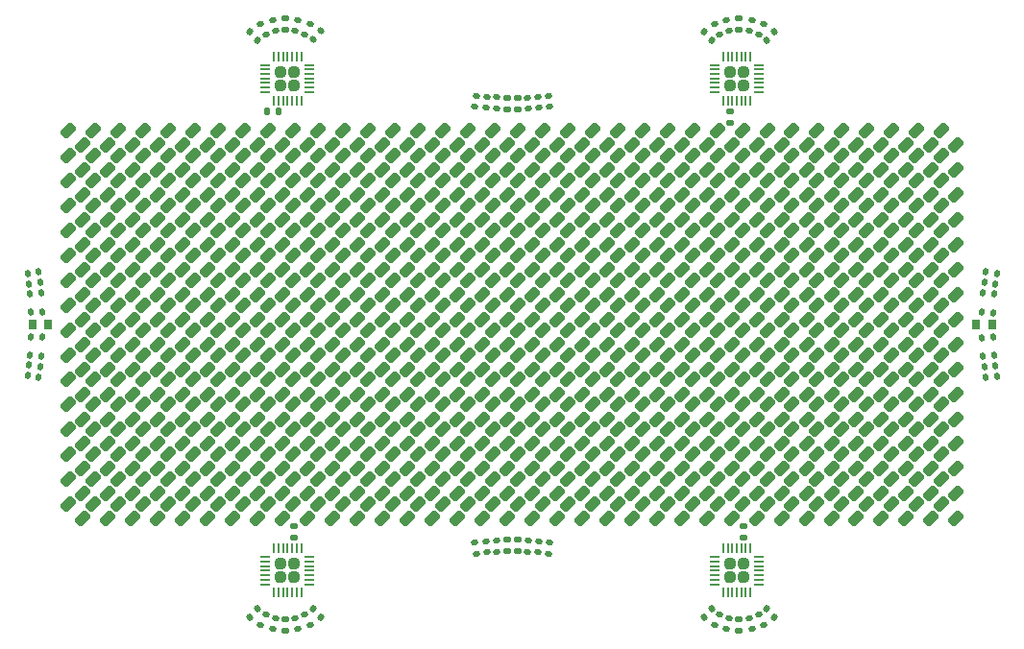
<source format=gtp>
G04 #@! TF.GenerationSoftware,KiCad,Pcbnew,(6.0.2-0)*
G04 #@! TF.CreationDate,2022-12-29T00:03:25+01:00*
G04 #@! TF.ProjectId,nixie-panel,6e697869-652d-4706-916e-656c2e6b6963,rev?*
G04 #@! TF.SameCoordinates,Original*
G04 #@! TF.FileFunction,Paste,Top*
G04 #@! TF.FilePolarity,Positive*
%FSLAX46Y46*%
G04 Gerber Fmt 4.6, Leading zero omitted, Abs format (unit mm)*
G04 Created by KiCad (PCBNEW (6.0.2-0)) date 2022-12-29 00:03:25*
%MOMM*%
%LPD*%
G01*
G04 APERTURE LIST*
G04 Aperture macros list*
%AMRoundRect*
0 Rectangle with rounded corners*
0 $1 Rounding radius*
0 $2 $3 $4 $5 $6 $7 $8 $9 X,Y pos of 4 corners*
0 Add a 4 corners polygon primitive as box body*
4,1,4,$2,$3,$4,$5,$6,$7,$8,$9,$2,$3,0*
0 Add four circle primitives for the rounded corners*
1,1,$1+$1,$2,$3*
1,1,$1+$1,$4,$5*
1,1,$1+$1,$6,$7*
1,1,$1+$1,$8,$9*
0 Add four rect primitives between the rounded corners*
20,1,$1+$1,$2,$3,$4,$5,0*
20,1,$1+$1,$4,$5,$6,$7,0*
20,1,$1+$1,$6,$7,$8,$9,0*
20,1,$1+$1,$8,$9,$2,$3,0*%
G04 Aperture macros list end*
%ADD10RoundRect,0.225000X-0.477297X-0.159099X-0.159099X-0.477297X0.477297X0.159099X0.159099X0.477297X0*%
%ADD11RoundRect,0.225000X0.477297X0.159099X0.159099X0.477297X-0.477297X-0.159099X-0.159099X-0.477297X0*%
%ADD12RoundRect,0.125000X0.181302X-0.115670X0.168218X0.133987X-0.181302X0.115670X-0.168218X-0.133987X0*%
%ADD13RoundRect,0.125000X0.213692X0.024205X0.046409X0.209991X-0.213692X-0.024205X-0.046409X-0.209991X0*%
%ADD14RoundRect,0.242500X0.242500X-0.242500X0.242500X0.242500X-0.242500X0.242500X-0.242500X-0.242500X0*%
%ADD15RoundRect,0.050000X0.050000X-0.350000X0.050000X0.350000X-0.050000X0.350000X-0.050000X-0.350000X0*%
%ADD16RoundRect,0.050000X0.350000X0.050000X-0.350000X0.050000X-0.350000X-0.050000X0.350000X-0.050000X0*%
%ADD17RoundRect,0.050000X0.350000X-0.050000X0.350000X0.050000X-0.350000X0.050000X-0.350000X-0.050000X0*%
%ADD18RoundRect,0.050000X0.050000X0.350000X-0.050000X0.350000X-0.050000X-0.350000X0.050000X-0.350000X0*%
%ADD19RoundRect,0.125000X-0.139562X0.163623X-0.200042X-0.078951X0.139562X-0.163623X0.200042X0.078951X0*%
%ADD20RoundRect,0.125000X0.106023X0.187107X-0.142608X0.160975X-0.106023X-0.187107X0.142608X-0.160975X0*%
%ADD21RoundRect,0.125000X-0.158462X0.145395X-0.188929X-0.102741X0.158462X-0.145395X0.188929X0.102741X0*%
%ADD22RoundRect,0.125000X0.188929X-0.102741X0.158462X0.145395X-0.188929X0.102741X-0.158462X-0.145395X0*%
%ADD23RoundRect,0.125000X0.175000X-0.125000X0.175000X0.125000X-0.175000X0.125000X-0.175000X-0.125000X0*%
%ADD24RoundRect,0.125000X-0.213200X0.028211X-0.095832X-0.192526X0.213200X-0.028211X0.095832X0.192526X0*%
%ADD25RoundRect,0.125000X-0.175000X0.125000X-0.175000X-0.125000X0.175000X-0.125000X0.175000X0.125000X0*%
%ADD26RoundRect,0.125000X0.200042X-0.078951X0.139562X0.163623X-0.200042X0.078951X-0.139562X-0.163623X0*%
%ADD27RoundRect,0.125000X0.163440X-0.139777X0.185229X0.109272X-0.163440X0.139777X-0.185229X-0.109272X0*%
%ADD28RoundRect,0.125000X-0.095832X0.192526X-0.213200X-0.028211X0.095832X-0.192526X0.213200X0.028211X0*%
%ADD29RoundRect,0.125000X0.099428X0.190694X-0.148139X0.155900X-0.099428X-0.190694X0.148139X-0.155900X0*%
%ADD30RoundRect,0.125000X-0.133987X-0.168218X0.115670X-0.181302X0.133987X0.168218X-0.115670X0.181302X0*%
%ADD31RoundRect,0.125000X-0.163440X0.139777X-0.185229X-0.109272X0.163440X-0.139777X0.185229X0.109272X0*%
%ADD32RoundRect,0.125000X-0.142608X-0.160975X0.106023X-0.187107X0.142608X0.160975X-0.106023X0.187107X0*%
%ADD33RoundRect,0.125000X0.133987X0.168218X-0.115670X0.181302X-0.133987X-0.168218X0.115670X-0.181302X0*%
%ADD34RoundRect,0.125000X-0.148139X-0.155900X0.099428X-0.190694X0.148139X0.155900X-0.099428X0.190694X0*%
%ADD35RoundRect,0.125000X-0.145395X-0.158462X0.102741X-0.188929X0.145395X0.158462X-0.102741X0.188929X0*%
%ADD36RoundRect,0.125000X0.168218X-0.133987X0.181302X0.115670X-0.168218X0.133987X-0.181302X-0.115670X0*%
%ADD37RoundRect,0.187500X-0.187500X-0.262500X0.187500X-0.262500X0.187500X0.262500X-0.187500X0.262500X0*%
%ADD38RoundRect,0.125000X-0.213692X-0.024205X-0.046409X-0.209991X0.213692X0.024205X0.046409X0.209991X0*%
%ADD39RoundRect,0.125000X0.115670X0.181302X-0.133987X0.168218X-0.115670X-0.181302X0.133987X-0.168218X0*%
%ADD40RoundRect,0.125000X0.095832X-0.192526X0.213200X0.028211X-0.095832X0.192526X-0.213200X-0.028211X0*%
%ADD41RoundRect,0.125000X0.213200X-0.028211X0.095832X0.192526X-0.213200X0.028211X-0.095832X-0.192526X0*%
%ADD42RoundRect,0.125000X0.125000X0.175000X-0.125000X0.175000X-0.125000X-0.175000X0.125000X-0.175000X0*%
%ADD43RoundRect,0.125000X-0.168218X0.133987X-0.181302X-0.115670X0.168218X-0.133987X0.181302X0.115670X0*%
%ADD44RoundRect,0.125000X0.102741X0.188929X-0.145395X0.158462X-0.102741X-0.188929X0.145395X-0.158462X0*%
%ADD45RoundRect,0.125000X0.172792X-0.128035X0.177155X0.121927X-0.172792X0.128035X-0.177155X-0.121927X0*%
%ADD46RoundRect,0.125000X0.177155X-0.121927X0.172792X0.128035X-0.177155X0.121927X-0.172792X-0.128035X0*%
%ADD47RoundRect,0.125000X-0.099428X-0.190694X0.148139X-0.155900X0.099428X0.190694X-0.148139X0.155900X0*%
%ADD48RoundRect,0.125000X-0.200042X0.078951X-0.139562X-0.163623X0.200042X-0.078951X0.139562X0.163623X0*%
%ADD49RoundRect,0.125000X-0.188929X0.102741X-0.158462X-0.145395X0.188929X-0.102741X0.158462X0.145395X0*%
%ADD50RoundRect,0.242500X-0.242500X0.242500X-0.242500X-0.242500X0.242500X-0.242500X0.242500X0.242500X0*%
%ADD51RoundRect,0.050000X-0.050000X0.350000X-0.050000X-0.350000X0.050000X-0.350000X0.050000X0.350000X0*%
%ADD52RoundRect,0.050000X-0.350000X-0.050000X0.350000X-0.050000X0.350000X0.050000X-0.350000X0.050000X0*%
%ADD53RoundRect,0.050000X-0.350000X0.050000X-0.350000X-0.050000X0.350000X-0.050000X0.350000X0.050000X0*%
%ADD54RoundRect,0.050000X-0.050000X-0.350000X0.050000X-0.350000X0.050000X0.350000X-0.050000X0.350000X0*%
%ADD55RoundRect,0.125000X-0.172792X0.128035X-0.177155X-0.121927X0.172792X-0.128035X0.177155X0.121927X0*%
%ADD56RoundRect,0.125000X-0.102741X-0.188929X0.145395X-0.158462X0.102741X0.188929X-0.145395X0.158462X0*%
%ADD57RoundRect,0.125000X-0.046409X0.209991X-0.213692X0.024205X0.046409X-0.209991X0.213692X-0.024205X0*%
%ADD58RoundRect,0.125000X0.139562X-0.163623X0.200042X0.078951X-0.139562X0.163623X-0.200042X-0.078951X0*%
%ADD59RoundRect,0.125000X0.046409X-0.209991X0.213692X-0.024205X-0.046409X0.209991X-0.213692X0.024205X0*%
%ADD60RoundRect,0.125000X0.142608X0.160975X-0.106023X0.187107X-0.142608X-0.160975X0.106023X-0.187107X0*%
%ADD61RoundRect,0.125000X-0.115670X-0.181302X0.133987X-0.168218X0.115670X0.181302X-0.133987X0.168218X0*%
%ADD62RoundRect,0.125000X-0.106023X-0.187107X0.142608X-0.160975X0.106023X0.187107X-0.142608X0.160975X0*%
%ADD63RoundRect,0.125000X0.158462X-0.145395X0.188929X0.102741X-0.158462X0.145395X-0.188929X-0.102741X0*%
%ADD64RoundRect,0.125000X-0.053709X0.208243X-0.214406X0.016732X0.053709X-0.208243X0.214406X-0.016732X0*%
%ADD65RoundRect,0.125000X0.145395X0.158462X-0.102741X0.188929X-0.145395X-0.158462X0.102741X-0.188929X0*%
%ADD66RoundRect,0.125000X-0.177155X0.121927X-0.172792X-0.128035X0.177155X-0.121927X0.172792X0.128035X0*%
%ADD67RoundRect,0.187500X0.187500X0.262500X-0.187500X0.262500X-0.187500X-0.262500X0.187500X-0.262500X0*%
%ADD68RoundRect,0.125000X-0.185229X0.109272X-0.163440X-0.139777X0.185229X-0.109272X0.163440X0.139777X0*%
%ADD69RoundRect,0.125000X-0.181302X0.115670X-0.168218X-0.133987X0.181302X-0.115670X0.168218X0.133987X0*%
%ADD70RoundRect,0.125000X0.148139X0.155900X-0.099428X0.190694X-0.148139X-0.155900X0.099428X-0.190694X0*%
%ADD71RoundRect,0.125000X0.185229X-0.109272X0.163440X0.139777X-0.185229X0.109272X-0.163440X-0.139777X0*%
G04 APERTURE END LIST*
D10*
G04 #@! TO.C,D323*
X85263604Y-40363604D03*
X86536396Y-41636396D03*
G04 #@! TD*
D11*
G04 #@! TO.C,D206*
X53536396Y-50436396D03*
X52263604Y-49163604D03*
G04 #@! TD*
D10*
G04 #@! TO.C,D342*
X87463604Y-33763604D03*
X88736396Y-35036396D03*
G04 #@! TD*
G04 #@! TO.C,D37*
X45663604Y-35963604D03*
X46936396Y-37236396D03*
G04 #@! TD*
G04 #@! TO.C,D333*
X65463604Y-35963604D03*
X66736396Y-37236396D03*
G04 #@! TD*
G04 #@! TO.C,D316*
X63263604Y-38163604D03*
X64536396Y-39436396D03*
G04 #@! TD*
G04 #@! TO.C,D98*
X32463604Y-24963604D03*
X33736396Y-26236396D03*
G04 #@! TD*
D11*
G04 #@! TO.C,D450*
X99736396Y-59236396D03*
X98463604Y-57963604D03*
G04 #@! TD*
D12*
G04 #@! TO.C,R29*
X59251168Y-62124315D03*
X59198832Y-61125685D03*
G04 #@! TD*
D10*
G04 #@! TO.C,D96*
X32463604Y-29363604D03*
X33736396Y-30636396D03*
G04 #@! TD*
D13*
G04 #@! TO.C,R26*
X38159565Y-16996572D03*
X37490435Y-16253428D03*
G04 #@! TD*
D11*
G04 #@! TO.C,D436*
X79936396Y-46036396D03*
X78663604Y-44763604D03*
G04 #@! TD*
D10*
G04 #@! TO.C,D137*
X58863604Y-27163604D03*
X60136396Y-28436396D03*
G04 #@! TD*
G04 #@! TO.C,D43*
X25863604Y-40363604D03*
X27136396Y-41636396D03*
G04 #@! TD*
D14*
G04 #@! TO.C,U7*
X79800000Y-63200000D03*
X81000000Y-64400000D03*
X79800000Y-64400000D03*
X81000000Y-63200000D03*
D15*
X79200000Y-65750000D03*
X79600000Y-65750000D03*
X80000000Y-65750000D03*
X80400000Y-65750000D03*
X80800000Y-65750000D03*
X81200000Y-65750000D03*
X81600000Y-65750000D03*
D16*
X82350000Y-65000000D03*
X82350000Y-64600000D03*
X82350000Y-64200000D03*
D17*
X82337500Y-63800000D03*
X82337500Y-63400000D03*
X82337500Y-63000000D03*
X82337500Y-62600000D03*
D18*
X81600000Y-61850000D03*
X81200000Y-61850000D03*
X80800000Y-61850000D03*
X80400000Y-61850000D03*
X80000000Y-61850000D03*
X79600000Y-61850000D03*
D15*
X79200000Y-61850000D03*
D16*
X78450000Y-62600000D03*
X78450000Y-63000000D03*
X78450000Y-63400000D03*
X78450000Y-63800000D03*
X78450000Y-64200000D03*
X78450000Y-64600000D03*
X78450000Y-65000000D03*
G04 #@! TD*
D10*
G04 #@! TO.C,D423*
X98463604Y-31563604D03*
X99736396Y-32836396D03*
G04 #@! TD*
G04 #@! TO.C,D139*
X39063604Y-40363604D03*
X40336396Y-41636396D03*
G04 #@! TD*
D11*
G04 #@! TO.C,D191*
X55736396Y-52636396D03*
X54463604Y-51363604D03*
G04 #@! TD*
D10*
G04 #@! TO.C,D74*
X50063604Y-24963604D03*
X51336396Y-26236396D03*
G04 #@! TD*
G04 #@! TO.C,D351*
X67663604Y-31563604D03*
X68936396Y-32836396D03*
G04 #@! TD*
D11*
G04 #@! TO.C,D189*
X55736396Y-48236396D03*
X54463604Y-46963604D03*
G04 #@! TD*
G04 #@! TO.C,D163*
X38136396Y-43836396D03*
X36863604Y-42563604D03*
G04 #@! TD*
G04 #@! TO.C,D512*
X90936396Y-54836396D03*
X89663604Y-53563604D03*
G04 #@! TD*
G04 #@! TO.C,D519*
X68936396Y-52636396D03*
X67663604Y-51363604D03*
G04 #@! TD*
D19*
G04 #@! TO.C,R37*
X81720961Y-15214852D03*
X81479039Y-16185148D03*
G04 #@! TD*
D10*
G04 #@! TO.C,D366*
X69863604Y-33763604D03*
X71136396Y-35036396D03*
G04 #@! TD*
D11*
G04 #@! TO.C,D518*
X68936396Y-50436396D03*
X67663604Y-49163604D03*
G04 #@! TD*
G04 #@! TO.C,D467*
X75536396Y-43836396D03*
X74263604Y-42563604D03*
G04 #@! TD*
D10*
G04 #@! TO.C,D420*
X98463604Y-38163604D03*
X99736396Y-39436396D03*
G04 #@! TD*
D11*
G04 #@! TO.C,D447*
X99736396Y-52636396D03*
X98463604Y-51363604D03*
G04 #@! TD*
D10*
G04 #@! TO.C,D410*
X96263604Y-24963604D03*
X97536396Y-26236396D03*
G04 #@! TD*
G04 #@! TO.C,D412*
X76463604Y-38163604D03*
X77736396Y-39436396D03*
G04 #@! TD*
D20*
G04 #@! TO.C,C1*
X19097261Y-39322736D03*
X18102739Y-39427264D03*
G04 #@! TD*
D10*
G04 #@! TO.C,D71*
X50063604Y-31563604D03*
X51336396Y-32836396D03*
G04 #@! TD*
G04 #@! TO.C,D67*
X50063604Y-40363604D03*
X51336396Y-41636396D03*
G04 #@! TD*
G04 #@! TO.C,D26*
X43463604Y-24963604D03*
X44736396Y-26236396D03*
G04 #@! TD*
D11*
G04 #@! TO.C,D462*
X97536396Y-50436396D03*
X96263604Y-49163604D03*
G04 #@! TD*
G04 #@! TO.C,D457*
X77736396Y-57036396D03*
X76463604Y-55763604D03*
G04 #@! TD*
G04 #@! TO.C,D559*
X84336396Y-52636396D03*
X83063604Y-51363604D03*
G04 #@! TD*
G04 #@! TO.C,D482*
X95336396Y-59236396D03*
X94063604Y-57963604D03*
G04 #@! TD*
G04 #@! TO.C,D241*
X49136396Y-57036396D03*
X47863604Y-55763604D03*
G04 #@! TD*
G04 #@! TO.C,D198*
X33736396Y-50436396D03*
X32463604Y-49163604D03*
G04 #@! TD*
D10*
G04 #@! TO.C,D99*
X54463604Y-40363604D03*
X55736396Y-41636396D03*
G04 #@! TD*
D11*
G04 #@! TO.C,D491*
X93136396Y-43836396D03*
X91863604Y-42563604D03*
G04 #@! TD*
G04 #@! TO.C,D444*
X99736396Y-46036396D03*
X98463604Y-44763604D03*
G04 #@! TD*
D21*
G04 #@! TO.C,R22*
X57435935Y-21903727D03*
X57314065Y-22896273D03*
G04 #@! TD*
D10*
G04 #@! TO.C,D302*
X61063604Y-33763604D03*
X62336396Y-35036396D03*
G04 #@! TD*
D11*
G04 #@! TO.C,D150*
X40336396Y-50436396D03*
X39063604Y-49163604D03*
G04 #@! TD*
D10*
G04 #@! TO.C,D48*
X25863604Y-29363604D03*
X27136396Y-30636396D03*
G04 #@! TD*
D11*
G04 #@! TO.C,D245*
X27136396Y-48236396D03*
X25863604Y-46963604D03*
G04 #@! TD*
D10*
G04 #@! TO.C,D414*
X76463604Y-33763604D03*
X77736396Y-35036396D03*
G04 #@! TD*
G04 #@! TO.C,D82*
X30263604Y-24963604D03*
X31536396Y-26236396D03*
G04 #@! TD*
D11*
G04 #@! TO.C,D556*
X84336396Y-46036396D03*
X83063604Y-44763604D03*
G04 #@! TD*
G04 #@! TO.C,D226*
X51336396Y-59236396D03*
X50063604Y-57963604D03*
G04 #@! TD*
G04 #@! TO.C,D488*
X73336396Y-54836396D03*
X72063604Y-53563604D03*
G04 #@! TD*
D10*
G04 #@! TO.C,D125*
X36863604Y-35963604D03*
X38136396Y-37236396D03*
G04 #@! TD*
D11*
G04 #@! TO.C,D242*
X49136396Y-59236396D03*
X47863604Y-57963604D03*
G04 #@! TD*
D10*
G04 #@! TO.C,D378*
X91863604Y-24963604D03*
X93136396Y-26236396D03*
G04 #@! TD*
D11*
G04 #@! TO.C,D153*
X40336396Y-57036396D03*
X39063604Y-55763604D03*
G04 #@! TD*
G04 #@! TO.C,D194*
X55736396Y-59236396D03*
X54463604Y-57963604D03*
G04 #@! TD*
D22*
G04 #@! TO.C,R31*
X57435935Y-62296273D03*
X57314065Y-61303727D03*
G04 #@! TD*
D23*
G04 #@! TO.C,C41*
X81000000Y-60900000D03*
X81000000Y-59900000D03*
G04 #@! TD*
D11*
G04 #@! TO.C,D174*
X57936396Y-50436396D03*
X56663604Y-49163604D03*
G04 #@! TD*
D24*
G04 #@! TO.C,R55*
X82315264Y-67683526D03*
X82784736Y-68566474D03*
G04 #@! TD*
D10*
G04 #@! TO.C,D95*
X32463604Y-31563604D03*
X33736396Y-32836396D03*
G04 #@! TD*
G04 #@! TO.C,D427*
X78663604Y-40363604D03*
X79936396Y-41636396D03*
G04 #@! TD*
D11*
G04 #@! TO.C,D529*
X88736396Y-57036396D03*
X87463604Y-55763604D03*
G04 #@! TD*
G04 #@! TO.C,D562*
X84336396Y-59236396D03*
X83063604Y-57963604D03*
G04 #@! TD*
G04 #@! TO.C,D202*
X33736396Y-59236396D03*
X32463604Y-57963604D03*
G04 #@! TD*
D10*
G04 #@! TO.C,D320*
X63263604Y-29363604D03*
X64536396Y-30636396D03*
G04 #@! TD*
D11*
G04 #@! TO.C,D442*
X79936396Y-59236396D03*
X78663604Y-57963604D03*
G04 #@! TD*
D25*
G04 #@! TO.C,R17*
X40600000Y-15075000D03*
X40600000Y-16075000D03*
G04 #@! TD*
D11*
G04 #@! TO.C,D266*
X24936396Y-59236396D03*
X23663604Y-57963604D03*
G04 #@! TD*
D10*
G04 #@! TO.C,D108*
X34663604Y-38163604D03*
X35936396Y-39436396D03*
G04 #@! TD*
G04 #@! TO.C,D141*
X39063604Y-35963604D03*
X40336396Y-37236396D03*
G04 #@! TD*
D11*
G04 #@! TO.C,D229*
X29336396Y-48236396D03*
X28063604Y-46963604D03*
G04 #@! TD*
D10*
G04 #@! TO.C,D111*
X34663604Y-31563604D03*
X35936396Y-32836396D03*
G04 #@! TD*
D26*
G04 #@! TO.C,R35*
X41720961Y-68960148D03*
X41479039Y-67989852D03*
G04 #@! TD*
D10*
G04 #@! TO.C,D142*
X39063604Y-33763604D03*
X40336396Y-35036396D03*
G04 #@! TD*
D11*
G04 #@! TO.C,D272*
X44736396Y-54836396D03*
X43463604Y-53563604D03*
G04 #@! TD*
G04 #@! TO.C,D446*
X99736396Y-50436396D03*
X98463604Y-49163604D03*
G04 #@! TD*
G04 #@! TO.C,D565*
X62336396Y-48236396D03*
X61063604Y-46963604D03*
G04 #@! TD*
G04 #@! TO.C,D466*
X97536396Y-59236396D03*
X96263604Y-57963604D03*
G04 #@! TD*
G04 #@! TO.C,D500*
X71136396Y-46036396D03*
X69863604Y-44763604D03*
G04 #@! TD*
D10*
G04 #@! TO.C,D30*
X23663604Y-33763604D03*
X24936396Y-35036396D03*
G04 #@! TD*
D11*
G04 #@! TO.C,D255*
X46936396Y-52636396D03*
X45663604Y-51363604D03*
G04 #@! TD*
G04 #@! TO.C,D154*
X40336396Y-59236396D03*
X39063604Y-57963604D03*
G04 #@! TD*
D10*
G04 #@! TO.C,D105*
X54463604Y-27163604D03*
X55736396Y-28436396D03*
G04 #@! TD*
D11*
G04 #@! TO.C,D155*
X60136396Y-43836396D03*
X58863604Y-42563604D03*
G04 #@! TD*
D10*
G04 #@! TO.C,D41*
X45663604Y-27163604D03*
X46936396Y-28436396D03*
G04 #@! TD*
D11*
G04 #@! TO.C,D267*
X44736396Y-43836396D03*
X43463604Y-42563604D03*
G04 #@! TD*
D10*
G04 #@! TO.C,D318*
X63263604Y-33763604D03*
X64536396Y-35036396D03*
G04 #@! TD*
G04 #@! TO.C,D15*
X21463604Y-31563604D03*
X22736396Y-32836396D03*
G04 #@! TD*
D11*
G04 #@! TO.C,D523*
X88736396Y-43836396D03*
X87463604Y-42563604D03*
G04 #@! TD*
G04 #@! TO.C,D280*
X22736396Y-54836396D03*
X21463604Y-53563604D03*
G04 #@! TD*
G04 #@! TO.C,D244*
X27136396Y-46036396D03*
X25863604Y-44763604D03*
G04 #@! TD*
D10*
G04 #@! TO.C,D319*
X63263604Y-31563604D03*
X64536396Y-32836396D03*
G04 #@! TD*
D11*
G04 #@! TO.C,D178*
X57936396Y-59236396D03*
X56663604Y-57963604D03*
G04 #@! TD*
G04 #@! TO.C,D186*
X35936396Y-59236396D03*
X34663604Y-57963604D03*
G04 #@! TD*
D10*
G04 #@! TO.C,D354*
X67663604Y-24963604D03*
X68936396Y-26236396D03*
G04 #@! TD*
G04 #@! TO.C,D338*
X65463604Y-24963604D03*
X66736396Y-26236396D03*
G04 #@! TD*
D11*
G04 #@! TO.C,D555*
X84336396Y-43836396D03*
X83063604Y-42563604D03*
G04 #@! TD*
G04 #@! TO.C,D485*
X73336396Y-48236396D03*
X72063604Y-46963604D03*
G04 #@! TD*
D10*
G04 #@! TO.C,D314*
X83063604Y-24963604D03*
X84336396Y-26236396D03*
G04 #@! TD*
D11*
G04 #@! TO.C,D508*
X90936396Y-46036396D03*
X89663604Y-44763604D03*
G04 #@! TD*
G04 #@! TO.C,D184*
X35936396Y-54836396D03*
X34663604Y-53563604D03*
G04 #@! TD*
D10*
G04 #@! TO.C,D88*
X52263604Y-29363604D03*
X53536396Y-30636396D03*
G04 #@! TD*
D11*
G04 #@! TO.C,D552*
X64536396Y-54836396D03*
X63263604Y-53563604D03*
G04 #@! TD*
G04 #@! TO.C,D286*
X42536396Y-50436396D03*
X41263604Y-49163604D03*
G04 #@! TD*
G04 #@! TO.C,D197*
X33736396Y-48236396D03*
X32463604Y-46963604D03*
G04 #@! TD*
D10*
G04 #@! TO.C,D317*
X63263604Y-35963604D03*
X64536396Y-37236396D03*
G04 #@! TD*
D11*
G04 #@! TO.C,D277*
X22736396Y-48236396D03*
X21463604Y-46963604D03*
G04 #@! TD*
G04 #@! TO.C,D474*
X75536396Y-59236396D03*
X74263604Y-57963604D03*
G04 #@! TD*
G04 #@! TO.C,D542*
X86536396Y-50436396D03*
X85263604Y-49163604D03*
G04 #@! TD*
G04 #@! TO.C,D455*
X77736396Y-52636396D03*
X76463604Y-51363604D03*
G04 #@! TD*
D10*
G04 #@! TO.C,D392*
X94063604Y-29363604D03*
X95336396Y-30636396D03*
G04 #@! TD*
G04 #@! TO.C,D114*
X34663604Y-24963604D03*
X35936396Y-26236396D03*
G04 #@! TD*
D11*
G04 #@! TO.C,D285*
X42536396Y-48236396D03*
X41263604Y-46963604D03*
G04 #@! TD*
D10*
G04 #@! TO.C,D368*
X69863604Y-29363604D03*
X71136396Y-30636396D03*
G04 #@! TD*
D11*
G04 #@! TO.C,D265*
X24936396Y-57036396D03*
X23663604Y-55763604D03*
G04 #@! TD*
D10*
G04 #@! TO.C,D358*
X89663604Y-33763604D03*
X90936396Y-35036396D03*
G04 #@! TD*
G04 #@! TO.C,D61*
X28063604Y-35963604D03*
X29336396Y-37236396D03*
G04 #@! TD*
G04 #@! TO.C,D124*
X36863604Y-38163604D03*
X38136396Y-39436396D03*
G04 #@! TD*
G04 #@! TO.C,D371*
X91863604Y-40363604D03*
X93136396Y-41636396D03*
G04 #@! TD*
D11*
G04 #@! TO.C,D200*
X33736396Y-54836396D03*
X32463604Y-53563604D03*
G04 #@! TD*
G04 #@! TO.C,D230*
X29336396Y-50436396D03*
X28063604Y-49163604D03*
G04 #@! TD*
G04 #@! TO.C,D268*
X44736396Y-46036396D03*
X43463604Y-44763604D03*
G04 #@! TD*
D10*
G04 #@! TO.C,D93*
X32463604Y-35963604D03*
X33736396Y-37236396D03*
G04 #@! TD*
D11*
G04 #@! TO.C,D554*
X64536396Y-59236396D03*
X63263604Y-57963604D03*
G04 #@! TD*
D10*
G04 #@! TO.C,D428*
X78663604Y-38163604D03*
X79936396Y-39436396D03*
G04 #@! TD*
D11*
G04 #@! TO.C,D493*
X93136396Y-48236396D03*
X91863604Y-46963604D03*
G04 #@! TD*
G04 #@! TO.C,D549*
X64536396Y-48236396D03*
X63263604Y-46963604D03*
G04 #@! TD*
D10*
G04 #@! TO.C,D106*
X54463604Y-24963604D03*
X55736396Y-26236396D03*
G04 #@! TD*
D11*
G04 #@! TO.C,D180*
X35936396Y-46036396D03*
X34663604Y-44763604D03*
G04 #@! TD*
D27*
G04 #@! TO.C,R50*
X62881422Y-62198097D03*
X62968578Y-61201903D03*
G04 #@! TD*
D28*
G04 #@! TO.C,C35*
X82784736Y-15608526D03*
X82315264Y-16491474D03*
G04 #@! TD*
D10*
G04 #@! TO.C,D315*
X63263604Y-40363604D03*
X64536396Y-41636396D03*
G04 #@! TD*
G04 #@! TO.C,D345*
X87463604Y-27163604D03*
X88736396Y-28436396D03*
G04 #@! TD*
D29*
G04 #@! TO.C,C3*
X18870134Y-37455413D03*
X17879866Y-37594587D03*
G04 #@! TD*
D30*
G04 #@! TO.C,C24*
X18200685Y-43173832D03*
X19199315Y-43226168D03*
G04 #@! TD*
D10*
G04 #@! TO.C,D101*
X54463604Y-35963604D03*
X55736396Y-37236396D03*
G04 #@! TD*
D11*
G04 #@! TO.C,D506*
X71136396Y-59236396D03*
X69863604Y-57963604D03*
G04 #@! TD*
D10*
G04 #@! TO.C,D353*
X67663604Y-27163604D03*
X68936396Y-28436396D03*
G04 #@! TD*
G04 #@! TO.C,D311*
X83063604Y-31563604D03*
X84336396Y-32836396D03*
G04 #@! TD*
D31*
G04 #@! TO.C,R19*
X58343578Y-22001903D03*
X58256422Y-22998097D03*
G04 #@! TD*
D10*
G04 #@! TO.C,D352*
X67663604Y-29363604D03*
X68936396Y-30636396D03*
G04 #@! TD*
D11*
G04 #@! TO.C,D159*
X60136396Y-52636396D03*
X58863604Y-51363604D03*
G04 #@! TD*
D10*
G04 #@! TO.C,D394*
X94063604Y-24963604D03*
X95336396Y-26236396D03*
G04 #@! TD*
G04 #@! TO.C,D77*
X30263604Y-35963604D03*
X31536396Y-37236396D03*
G04 #@! TD*
D11*
G04 #@! TO.C,D490*
X73336396Y-59236396D03*
X72063604Y-57963604D03*
G04 #@! TD*
G04 #@! TO.C,D517*
X68936396Y-48236396D03*
X67663604Y-46963604D03*
G04 #@! TD*
G04 #@! TO.C,D261*
X24936396Y-48236396D03*
X23663604Y-46963604D03*
G04 #@! TD*
D10*
G04 #@! TO.C,D69*
X50063604Y-35963604D03*
X51336396Y-37236396D03*
G04 #@! TD*
D11*
G04 #@! TO.C,D574*
X82136396Y-50436396D03*
X80863604Y-49163604D03*
G04 #@! TD*
G04 #@! TO.C,D533*
X66736396Y-48236396D03*
X65463604Y-46963604D03*
G04 #@! TD*
D10*
G04 #@! TO.C,D303*
X61063604Y-31563604D03*
X62336396Y-32836396D03*
G04 #@! TD*
G04 #@! TO.C,D321*
X63263604Y-27163604D03*
X64536396Y-28436396D03*
G04 #@! TD*
G04 #@! TO.C,D46*
X25863604Y-33763604D03*
X27136396Y-35036396D03*
G04 #@! TD*
G04 #@! TO.C,D297*
X80863604Y-27163604D03*
X82136396Y-28436396D03*
G04 #@! TD*
G04 #@! TO.C,D389*
X94063604Y-35963604D03*
X95336396Y-37236396D03*
G04 #@! TD*
G04 #@! TO.C,D47*
X25863604Y-31563604D03*
X27136396Y-32836396D03*
G04 #@! TD*
D32*
G04 #@! TO.C,C12*
X102102739Y-39322736D03*
X103097261Y-39427264D03*
G04 #@! TD*
D10*
G04 #@! TO.C,D341*
X87463604Y-35963604D03*
X88736396Y-37236396D03*
G04 #@! TD*
D11*
G04 #@! TO.C,D170*
X38136396Y-59236396D03*
X36863604Y-57963604D03*
G04 #@! TD*
D33*
G04 #@! TO.C,C25*
X102999315Y-41051168D03*
X102000685Y-40998832D03*
G04 #@! TD*
D10*
G04 #@! TO.C,D65*
X28063604Y-27163604D03*
X29336396Y-28436396D03*
G04 #@! TD*
D11*
G04 #@! TO.C,D161*
X60136396Y-57036396D03*
X58863604Y-55763604D03*
G04 #@! TD*
G04 #@! TO.C,D439*
X79936396Y-52636396D03*
X78663604Y-51363604D03*
G04 #@! TD*
G04 #@! TO.C,D172*
X57936396Y-46036396D03*
X56663604Y-44763604D03*
G04 #@! TD*
G04 #@! TO.C,D443*
X99736396Y-43836396D03*
X98463604Y-42563604D03*
G04 #@! TD*
G04 #@! TO.C,D524*
X88736396Y-46036396D03*
X87463604Y-44763604D03*
G04 #@! TD*
D10*
G04 #@! TO.C,D396*
X74263604Y-38163604D03*
X75536396Y-39436396D03*
G04 #@! TD*
D34*
G04 #@! TO.C,C10*
X102325000Y-37450000D03*
X103315268Y-37589174D03*
G04 #@! TD*
D11*
G04 #@! TO.C,D570*
X62336396Y-59236396D03*
X61063604Y-57963604D03*
G04 #@! TD*
G04 #@! TO.C,D522*
X68936396Y-59236396D03*
X67663604Y-57963604D03*
G04 #@! TD*
D23*
G04 #@! TO.C,R28*
X40600000Y-69100000D03*
X40600000Y-68100000D03*
G04 #@! TD*
D10*
G04 #@! TO.C,D298*
X80863604Y-24963604D03*
X82136396Y-26236396D03*
G04 #@! TD*
D11*
G04 #@! TO.C,D538*
X66736396Y-59236396D03*
X65463604Y-57963604D03*
G04 #@! TD*
G04 #@! TO.C,D487*
X73336396Y-52636396D03*
X72063604Y-51363604D03*
G04 #@! TD*
D10*
G04 #@! TO.C,D92*
X32463604Y-38163604D03*
X33736396Y-39436396D03*
G04 #@! TD*
D11*
G04 #@! TO.C,D220*
X51336396Y-46036396D03*
X50063604Y-44763604D03*
G04 #@! TD*
D10*
G04 #@! TO.C,D79*
X30263604Y-31563604D03*
X31536396Y-32836396D03*
G04 #@! TD*
G04 #@! TO.C,D367*
X69863604Y-31563604D03*
X71136396Y-32836396D03*
G04 #@! TD*
G04 #@! TO.C,D44*
X25863604Y-38163604D03*
X27136396Y-39436396D03*
G04 #@! TD*
G04 #@! TO.C,D80*
X30263604Y-29363604D03*
X31536396Y-30636396D03*
G04 #@! TD*
G04 #@! TO.C,D386*
X72063604Y-24963604D03*
X73336396Y-26236396D03*
G04 #@! TD*
D11*
G04 #@! TO.C,D539*
X86536396Y-43836396D03*
X85263604Y-42563604D03*
G04 #@! TD*
D10*
G04 #@! TO.C,D322*
X63263604Y-24963604D03*
X64536396Y-26236396D03*
G04 #@! TD*
G04 #@! TO.C,D411*
X76463604Y-40363604D03*
X77736396Y-41636396D03*
G04 #@! TD*
D11*
G04 #@! TO.C,D501*
X71136396Y-48236396D03*
X69863604Y-46963604D03*
G04 #@! TD*
D35*
G04 #@! TO.C,C11*
X102203727Y-38389065D03*
X103196273Y-38510935D03*
G04 #@! TD*
D11*
G04 #@! TO.C,D528*
X88736396Y-54836396D03*
X87463604Y-53563604D03*
G04 #@! TD*
G04 #@! TO.C,D288*
X42536396Y-54836396D03*
X41263604Y-53563604D03*
G04 #@! TD*
D36*
G04 #@! TO.C,R49*
X61973832Y-62124315D03*
X62026168Y-61125685D03*
G04 #@! TD*
D11*
G04 #@! TO.C,D569*
X62336396Y-57036396D03*
X61063604Y-55763604D03*
G04 #@! TD*
D10*
G04 #@! TO.C,D310*
X83063604Y-33763604D03*
X84336396Y-35036396D03*
G04 #@! TD*
D11*
G04 #@! TO.C,D527*
X88736396Y-52636396D03*
X87463604Y-51363604D03*
G04 #@! TD*
D10*
G04 #@! TO.C,D16*
X21463604Y-29363604D03*
X22736396Y-30636396D03*
G04 #@! TD*
G04 #@! TO.C,D143*
X39063604Y-31563604D03*
X40336396Y-32836396D03*
G04 #@! TD*
G04 #@! TO.C,D307*
X83063604Y-40363604D03*
X84336396Y-41636396D03*
G04 #@! TD*
D11*
G04 #@! TO.C,D190*
X55736396Y-50436396D03*
X54463604Y-49163604D03*
G04 #@! TD*
G04 #@! TO.C,D561*
X84336396Y-57036396D03*
X83063604Y-55763604D03*
G04 #@! TD*
D28*
G04 #@! TO.C,C27*
X42784736Y-15608526D03*
X42315264Y-16491474D03*
G04 #@! TD*
D23*
G04 #@! TO.C,R47*
X80600000Y-69100000D03*
X80600000Y-68100000D03*
G04 #@! TD*
D11*
G04 #@! TO.C,D251*
X46936396Y-43836396D03*
X45663604Y-42563604D03*
G04 #@! TD*
D10*
G04 #@! TO.C,D294*
X80863604Y-33763604D03*
X82136396Y-35036396D03*
G04 #@! TD*
G04 #@! TO.C,D78*
X30263604Y-33763604D03*
X31536396Y-35036396D03*
G04 #@! TD*
D14*
G04 #@! TO.C,U5*
X41400000Y-63200000D03*
X40200000Y-63200000D03*
X40200000Y-64400000D03*
X41400000Y-64400000D03*
D15*
X39600000Y-65750000D03*
X40000000Y-65750000D03*
X40400000Y-65750000D03*
X40800000Y-65750000D03*
X41200000Y-65750000D03*
X41600000Y-65750000D03*
X42000000Y-65750000D03*
D16*
X42750000Y-65000000D03*
X42750000Y-64600000D03*
X42750000Y-64200000D03*
D17*
X42737500Y-63800000D03*
X42737500Y-63400000D03*
X42737500Y-63000000D03*
X42737500Y-62600000D03*
D18*
X42000000Y-61850000D03*
X41600000Y-61850000D03*
X41200000Y-61850000D03*
X40800000Y-61850000D03*
X40400000Y-61850000D03*
X40000000Y-61850000D03*
D15*
X39600000Y-61850000D03*
D16*
X38850000Y-62600000D03*
X38850000Y-63000000D03*
X38850000Y-63400000D03*
X38850000Y-63800000D03*
X38850000Y-64200000D03*
X38850000Y-64600000D03*
X38850000Y-65000000D03*
G04 #@! TD*
D10*
G04 #@! TO.C,D360*
X89663604Y-29363604D03*
X90936396Y-30636396D03*
G04 #@! TD*
D37*
G04 #@! TO.C,S2*
X101500000Y-42125000D03*
X102900000Y-42125000D03*
G04 #@! TD*
D10*
G04 #@! TO.C,D146*
X39063604Y-24963604D03*
X40336396Y-26236396D03*
G04 #@! TD*
D11*
G04 #@! TO.C,D193*
X55736396Y-57036396D03*
X54463604Y-55763604D03*
G04 #@! TD*
D38*
G04 #@! TO.C,R36*
X43040435Y-67178428D03*
X43709565Y-67921572D03*
G04 #@! TD*
D10*
G04 #@! TO.C,D384*
X72063604Y-29363604D03*
X73336396Y-30636396D03*
G04 #@! TD*
D11*
G04 #@! TO.C,D568*
X62336396Y-54836396D03*
X61063604Y-53563604D03*
G04 #@! TD*
G04 #@! TO.C,D270*
X44736396Y-50436396D03*
X43463604Y-49163604D03*
G04 #@! TD*
D10*
G04 #@! TO.C,D339*
X87463604Y-40363604D03*
X88736396Y-41636396D03*
G04 #@! TD*
G04 #@! TO.C,D31*
X23663604Y-31563604D03*
X24936396Y-32836396D03*
G04 #@! TD*
D11*
G04 #@! TO.C,D563*
X62336396Y-43836396D03*
X61063604Y-42563604D03*
G04 #@! TD*
D10*
G04 #@! TO.C,D357*
X89663604Y-35963604D03*
X90936396Y-37236396D03*
G04 #@! TD*
G04 #@! TO.C,D356*
X89663604Y-38163604D03*
X90936396Y-39436396D03*
G04 #@! TD*
D11*
G04 #@! TO.C,D203*
X53536396Y-43836396D03*
X52263604Y-42563604D03*
G04 #@! TD*
D10*
G04 #@! TO.C,D304*
X61063604Y-29363604D03*
X62336396Y-30636396D03*
G04 #@! TD*
D11*
G04 #@! TO.C,D247*
X27136396Y-52636396D03*
X25863604Y-51363604D03*
G04 #@! TD*
G04 #@! TO.C,D521*
X68936396Y-57036396D03*
X67663604Y-55763604D03*
G04 #@! TD*
D10*
G04 #@! TO.C,D49*
X25863604Y-27163604D03*
X27136396Y-28436396D03*
G04 #@! TD*
D11*
G04 #@! TO.C,D179*
X35936396Y-43836396D03*
X34663604Y-42563604D03*
G04 #@! TD*
D10*
G04 #@! TO.C,D128*
X36863604Y-29363604D03*
X38136396Y-30636396D03*
G04 #@! TD*
G04 #@! TO.C,D329*
X85263604Y-27163604D03*
X86536396Y-28436396D03*
G04 #@! TD*
G04 #@! TO.C,D110*
X34663604Y-33763604D03*
X35936396Y-35036396D03*
G04 #@! TD*
D11*
G04 #@! TO.C,D227*
X29336396Y-43836396D03*
X28063604Y-42563604D03*
G04 #@! TD*
G04 #@! TO.C,D222*
X51336396Y-50436396D03*
X50063604Y-49163604D03*
G04 #@! TD*
G04 #@! TO.C,D160*
X60136396Y-54836396D03*
X58863604Y-53563604D03*
G04 #@! TD*
G04 #@! TO.C,D511*
X90936396Y-52636396D03*
X89663604Y-51363604D03*
G04 #@! TD*
G04 #@! TO.C,D208*
X53536396Y-54836396D03*
X52263604Y-53563604D03*
G04 #@! TD*
G04 #@! TO.C,D152*
X40336396Y-54836396D03*
X39063604Y-53563604D03*
G04 #@! TD*
D10*
G04 #@! TO.C,D299*
X61063604Y-40363604D03*
X62336396Y-41636396D03*
G04 #@! TD*
G04 #@! TO.C,D330*
X85263604Y-24963604D03*
X86536396Y-26236396D03*
G04 #@! TD*
D11*
G04 #@! TO.C,D209*
X53536396Y-57036396D03*
X52263604Y-55763604D03*
G04 #@! TD*
G04 #@! TO.C,D530*
X88736396Y-59236396D03*
X87463604Y-57963604D03*
G04 #@! TD*
G04 #@! TO.C,D440*
X79936396Y-54836396D03*
X78663604Y-53563604D03*
G04 #@! TD*
D10*
G04 #@! TO.C,D72*
X50063604Y-29363604D03*
X51336396Y-30636396D03*
G04 #@! TD*
D11*
G04 #@! TO.C,D454*
X77736396Y-50436396D03*
X76463604Y-49163604D03*
G04 #@! TD*
D10*
G04 #@! TO.C,D118*
X56663604Y-33763604D03*
X57936396Y-35036396D03*
G04 #@! TD*
G04 #@! TO.C,D76*
X30263604Y-38163604D03*
X31536396Y-39436396D03*
G04 #@! TD*
G04 #@! TO.C,D355*
X89663604Y-40363604D03*
X90936396Y-41636396D03*
G04 #@! TD*
D11*
G04 #@! TO.C,D514*
X90936396Y-59236396D03*
X89663604Y-57963604D03*
G04 #@! TD*
G04 #@! TO.C,D471*
X75536396Y-52636396D03*
X74263604Y-51363604D03*
G04 #@! TD*
D10*
G04 #@! TO.C,D28*
X23663604Y-38163604D03*
X24936396Y-39436396D03*
G04 #@! TD*
G04 #@! TO.C,D431*
X78663604Y-31563604D03*
X79936396Y-32836396D03*
G04 #@! TD*
G04 #@! TO.C,D62*
X28063604Y-33763604D03*
X29336396Y-35036396D03*
G04 #@! TD*
D11*
G04 #@! TO.C,D231*
X29336396Y-52636396D03*
X28063604Y-51363604D03*
G04 #@! TD*
D10*
G04 #@! TO.C,D19*
X43463604Y-40363604D03*
X44736396Y-41636396D03*
G04 #@! TD*
G04 #@! TO.C,D83*
X52263604Y-40363604D03*
X53536396Y-41636396D03*
G04 #@! TD*
G04 #@! TO.C,D415*
X76463604Y-31563604D03*
X77736396Y-32836396D03*
G04 #@! TD*
D11*
G04 #@! TO.C,D513*
X90936396Y-57036396D03*
X89663604Y-55763604D03*
G04 #@! TD*
G04 #@! TO.C,D282*
X22736396Y-59236396D03*
X21463604Y-57963604D03*
G04 #@! TD*
D10*
G04 #@! TO.C,D75*
X30263604Y-40363604D03*
X31536396Y-41636396D03*
G04 #@! TD*
D11*
G04 #@! TO.C,D567*
X62336396Y-52636396D03*
X61063604Y-51363604D03*
G04 #@! TD*
G04 #@! TO.C,D234*
X29336396Y-59236396D03*
X28063604Y-57963604D03*
G04 #@! TD*
D10*
G04 #@! TO.C,D85*
X52263604Y-35963604D03*
X53536396Y-37236396D03*
G04 #@! TD*
G04 #@! TO.C,D55*
X47863604Y-31563604D03*
X49136396Y-32836396D03*
G04 #@! TD*
G04 #@! TO.C,D343*
X87463604Y-31563604D03*
X88736396Y-32836396D03*
G04 #@! TD*
D39*
G04 #@! TO.C,R16*
X102999315Y-43198832D03*
X102000685Y-43251168D03*
G04 #@! TD*
D10*
G04 #@! TO.C,D369*
X69863604Y-27163604D03*
X71136396Y-28436396D03*
G04 #@! TD*
D40*
G04 #@! TO.C,C30*
X38415264Y-68566474D03*
X38884736Y-67683526D03*
G04 #@! TD*
D10*
G04 #@! TO.C,D388*
X94063604Y-38163604D03*
X95336396Y-39436396D03*
G04 #@! TD*
G04 #@! TO.C,D390*
X94063604Y-33763604D03*
X95336396Y-35036396D03*
G04 #@! TD*
G04 #@! TO.C,D301*
X61063604Y-35963604D03*
X62336396Y-37236396D03*
G04 #@! TD*
D41*
G04 #@! TO.C,C31*
X42784736Y-68566474D03*
X42315264Y-67683526D03*
G04 #@! TD*
D10*
G04 #@! TO.C,D377*
X91863604Y-27163604D03*
X93136396Y-28436396D03*
G04 #@! TD*
G04 #@! TO.C,D403*
X96263604Y-40363604D03*
X97536396Y-41636396D03*
G04 #@! TD*
G04 #@! TO.C,D408*
X96263604Y-29363604D03*
X97536396Y-30636396D03*
G04 #@! TD*
G04 #@! TO.C,D116*
X56663604Y-38163604D03*
X57936396Y-39436396D03*
G04 #@! TD*
G04 #@! TO.C,D33*
X23663604Y-27163604D03*
X24936396Y-28436396D03*
G04 #@! TD*
D11*
G04 #@! TO.C,D526*
X88736396Y-50436396D03*
X87463604Y-49163604D03*
G04 #@! TD*
G04 #@! TO.C,D540*
X86536396Y-46036396D03*
X85263604Y-44763604D03*
G04 #@! TD*
D10*
G04 #@! TO.C,D305*
X61063604Y-27163604D03*
X62336396Y-28436396D03*
G04 #@! TD*
G04 #@! TO.C,D296*
X80863604Y-29363604D03*
X82136396Y-30636396D03*
G04 #@! TD*
G04 #@! TO.C,D425*
X98463604Y-27163604D03*
X99736396Y-28436396D03*
G04 #@! TD*
D11*
G04 #@! TO.C,D259*
X24936396Y-43836396D03*
X23663604Y-42563604D03*
G04 #@! TD*
G04 #@! TO.C,D228*
X29336396Y-46036396D03*
X28063604Y-44763604D03*
G04 #@! TD*
D42*
G04 #@! TO.C,C29*
X39975000Y-23325000D03*
X38975000Y-23325000D03*
G04 #@! TD*
D11*
G04 #@! TO.C,D248*
X27136396Y-54836396D03*
X25863604Y-53563604D03*
G04 #@! TD*
D10*
G04 #@! TO.C,D380*
X72063604Y-38163604D03*
X73336396Y-39436396D03*
G04 #@! TD*
D11*
G04 #@! TO.C,D472*
X75536396Y-54836396D03*
X74263604Y-53563604D03*
G04 #@! TD*
G04 #@! TO.C,D476*
X95336396Y-46036396D03*
X94063604Y-44763604D03*
G04 #@! TD*
D10*
G04 #@! TO.C,D112*
X34663604Y-29363604D03*
X35936396Y-30636396D03*
G04 #@! TD*
D11*
G04 #@! TO.C,D468*
X75536396Y-46036396D03*
X74263604Y-44763604D03*
G04 #@! TD*
D13*
G04 #@! TO.C,R46*
X78159565Y-16996572D03*
X77490435Y-16253428D03*
G04 #@! TD*
D11*
G04 #@! TO.C,D279*
X22736396Y-52636396D03*
X21463604Y-51363604D03*
G04 #@! TD*
D10*
G04 #@! TO.C,D56*
X47863604Y-29363604D03*
X49136396Y-30636396D03*
G04 #@! TD*
G04 #@! TO.C,D6*
X41263604Y-33763604D03*
X42536396Y-35036396D03*
G04 #@! TD*
G04 #@! TO.C,D407*
X96263604Y-31563604D03*
X97536396Y-32836396D03*
G04 #@! TD*
D11*
G04 #@! TO.C,D576*
X82136396Y-54836396D03*
X80863604Y-53563604D03*
G04 #@! TD*
D10*
G04 #@! TO.C,D309*
X83063604Y-35963604D03*
X84336396Y-37236396D03*
G04 #@! TD*
D43*
G04 #@! TO.C,R20*
X59251168Y-22050685D03*
X59198832Y-23049315D03*
G04 #@! TD*
D10*
G04 #@! TO.C,D9*
X41263604Y-27163604D03*
X42536396Y-28436396D03*
G04 #@! TD*
D11*
G04 #@! TO.C,D212*
X31536396Y-46036396D03*
X30263604Y-44763604D03*
G04 #@! TD*
D10*
G04 #@! TO.C,D432*
X78663604Y-29363604D03*
X79936396Y-30636396D03*
G04 #@! TD*
D11*
G04 #@! TO.C,D566*
X62336396Y-50436396D03*
X61063604Y-49163604D03*
G04 #@! TD*
G04 #@! TO.C,D177*
X57936396Y-57036396D03*
X56663604Y-55763604D03*
G04 #@! TD*
G04 #@! TO.C,D572*
X82136396Y-46036396D03*
X80863604Y-44763604D03*
G04 #@! TD*
G04 #@! TO.C,D489*
X73336396Y-57036396D03*
X72063604Y-55763604D03*
G04 #@! TD*
D10*
G04 #@! TO.C,D127*
X36863604Y-31563604D03*
X38136396Y-32836396D03*
G04 #@! TD*
D11*
G04 #@! TO.C,D168*
X38136396Y-54836396D03*
X36863604Y-53563604D03*
G04 #@! TD*
D10*
G04 #@! TO.C,D29*
X23663604Y-35963604D03*
X24936396Y-37236396D03*
G04 #@! TD*
D11*
G04 #@! TO.C,D274*
X44736396Y-59236396D03*
X43463604Y-57963604D03*
G04 #@! TD*
G04 #@! TO.C,D578*
X82136396Y-59236396D03*
X80863604Y-57963604D03*
G04 #@! TD*
D10*
G04 #@! TO.C,D51*
X47863604Y-40363604D03*
X49136396Y-41636396D03*
G04 #@! TD*
G04 #@! TO.C,D107*
X34663604Y-40363604D03*
X35936396Y-41636396D03*
G04 #@! TD*
D11*
G04 #@! TO.C,D544*
X86536396Y-54836396D03*
X85263604Y-53563604D03*
G04 #@! TD*
D10*
G04 #@! TO.C,D122*
X56663604Y-24963604D03*
X57936396Y-26236396D03*
G04 #@! TD*
G04 #@! TO.C,D399*
X74263604Y-31563604D03*
X75536396Y-32836396D03*
G04 #@! TD*
G04 #@! TO.C,D89*
X52263604Y-27163604D03*
X53536396Y-28436396D03*
G04 #@! TD*
D11*
G04 #@! TO.C,D246*
X27136396Y-50436396D03*
X25863604Y-49163604D03*
G04 #@! TD*
G04 #@! TO.C,D175*
X57936396Y-52636396D03*
X56663604Y-51363604D03*
G04 #@! TD*
D10*
G04 #@! TO.C,D426*
X98463604Y-24963604D03*
X99736396Y-26236396D03*
G04 #@! TD*
G04 #@! TO.C,D379*
X72063604Y-40363604D03*
X73336396Y-41636396D03*
G04 #@! TD*
D11*
G04 #@! TO.C,D441*
X79936396Y-57036396D03*
X78663604Y-55763604D03*
G04 #@! TD*
G04 #@! TO.C,D217*
X31536396Y-57036396D03*
X30263604Y-55763604D03*
G04 #@! TD*
D44*
G04 #@! TO.C,C2*
X18996273Y-38389065D03*
X18003727Y-38510935D03*
G04 #@! TD*
D11*
G04 #@! TO.C,D470*
X75536396Y-50436396D03*
X74263604Y-49163604D03*
G04 #@! TD*
D10*
G04 #@! TO.C,D42*
X45663604Y-24963604D03*
X46936396Y-26236396D03*
G04 #@! TD*
D45*
G04 #@! TO.C,R52*
X61066274Y-62099924D03*
X61083726Y-61100076D03*
G04 #@! TD*
D11*
G04 #@! TO.C,D201*
X33736396Y-57036396D03*
X32463604Y-55763604D03*
G04 #@! TD*
G04 #@! TO.C,D507*
X90936396Y-43836396D03*
X89663604Y-42563604D03*
G04 #@! TD*
G04 #@! TO.C,D205*
X53536396Y-48236396D03*
X52263604Y-46963604D03*
G04 #@! TD*
D10*
G04 #@! TO.C,D10*
X41263604Y-24963604D03*
X42536396Y-26236396D03*
G04 #@! TD*
G04 #@! TO.C,D50*
X25863604Y-24963604D03*
X27136396Y-26236396D03*
G04 #@! TD*
G04 #@! TO.C,D418*
X76463604Y-24963604D03*
X77736396Y-26236396D03*
G04 #@! TD*
G04 #@! TO.C,D38*
X45663604Y-33763604D03*
X46936396Y-35036396D03*
G04 #@! TD*
D11*
G04 #@! TO.C,D449*
X99736396Y-57036396D03*
X98463604Y-55763604D03*
G04 #@! TD*
D10*
G04 #@! TO.C,D87*
X52263604Y-31563604D03*
X53536396Y-32836396D03*
G04 #@! TD*
D11*
G04 #@! TO.C,D275*
X22736396Y-43836396D03*
X21463604Y-42563604D03*
G04 #@! TD*
D46*
G04 #@! TO.C,R32*
X60158726Y-62099924D03*
X60141274Y-61100076D03*
G04 #@! TD*
D11*
G04 #@! TO.C,D458*
X77736396Y-59236396D03*
X76463604Y-57963604D03*
G04 #@! TD*
G04 #@! TO.C,D269*
X44736396Y-48236396D03*
X43463604Y-46963604D03*
G04 #@! TD*
G04 #@! TO.C,D503*
X71136396Y-52636396D03*
X69863604Y-51363604D03*
G04 #@! TD*
D10*
G04 #@! TO.C,D336*
X65463604Y-29363604D03*
X66736396Y-30636396D03*
G04 #@! TD*
D11*
G04 #@! TO.C,D494*
X93136396Y-50436396D03*
X91863604Y-49163604D03*
G04 #@! TD*
D47*
G04 #@! TO.C,C9*
X102329866Y-46769587D03*
X103320134Y-46630413D03*
G04 #@! TD*
D10*
G04 #@! TO.C,D393*
X94063604Y-27163604D03*
X95336396Y-28436396D03*
G04 #@! TD*
D48*
G04 #@! TO.C,R18*
X39479039Y-15214852D03*
X39720961Y-16185148D03*
G04 #@! TD*
D11*
G04 #@! TO.C,D278*
X22736396Y-50436396D03*
X21463604Y-49163604D03*
G04 #@! TD*
G04 #@! TO.C,D257*
X46936396Y-57036396D03*
X45663604Y-55763604D03*
G04 #@! TD*
G04 #@! TO.C,D289*
X42536396Y-57036396D03*
X41263604Y-55763604D03*
G04 #@! TD*
D10*
G04 #@! TO.C,D416*
X76463604Y-29363604D03*
X77736396Y-30636396D03*
G04 #@! TD*
D49*
G04 #@! TO.C,R42*
X63789065Y-21903727D03*
X63910935Y-22896273D03*
G04 #@! TD*
D11*
G04 #@! TO.C,D236*
X49136396Y-46036396D03*
X47863604Y-44763604D03*
G04 #@! TD*
D10*
G04 #@! TO.C,D59*
X28063604Y-40363604D03*
X29336396Y-41636396D03*
G04 #@! TD*
D11*
G04 #@! TO.C,D557*
X84336396Y-48236396D03*
X83063604Y-46963604D03*
G04 #@! TD*
D10*
G04 #@! TO.C,D117*
X56663604Y-35963604D03*
X57936396Y-37236396D03*
G04 #@! TD*
G04 #@! TO.C,D136*
X58863604Y-29363604D03*
X60136396Y-30636396D03*
G04 #@! TD*
G04 #@! TO.C,D334*
X65463604Y-33763604D03*
X66736396Y-35036396D03*
G04 #@! TD*
G04 #@! TO.C,D293*
X80863604Y-35963604D03*
X82136396Y-37236396D03*
G04 #@! TD*
D50*
G04 #@! TO.C,U6*
X79800000Y-19800000D03*
X81000000Y-21000000D03*
X81000000Y-19800000D03*
X79800000Y-21000000D03*
D51*
X81600000Y-18450000D03*
X81200000Y-18450000D03*
X80800000Y-18450000D03*
X80400000Y-18450000D03*
X80000000Y-18450000D03*
X79600000Y-18450000D03*
X79200000Y-18450000D03*
D52*
X78450000Y-19200000D03*
X78450000Y-19600000D03*
X78450000Y-20000000D03*
D53*
X78462500Y-20400000D03*
X78462500Y-20800000D03*
X78462500Y-21200000D03*
X78462500Y-21600000D03*
D54*
X79200000Y-22350000D03*
X79600000Y-22350000D03*
X80000000Y-22350000D03*
X80400000Y-22350000D03*
X80800000Y-22350000D03*
X81200000Y-22350000D03*
D51*
X81600000Y-22350000D03*
D52*
X82350000Y-21600000D03*
X82350000Y-21200000D03*
X82350000Y-20800000D03*
X82350000Y-20400000D03*
X82350000Y-20000000D03*
X82350000Y-19600000D03*
X82350000Y-19200000D03*
G04 #@! TD*
D10*
G04 #@! TO.C,D422*
X98463604Y-33763604D03*
X99736396Y-35036396D03*
G04 #@! TD*
G04 #@! TO.C,D90*
X52263604Y-24963604D03*
X53536396Y-26236396D03*
G04 #@! TD*
G04 #@! TO.C,D421*
X98463604Y-35963604D03*
X99736396Y-37236396D03*
G04 #@! TD*
D11*
G04 #@! TO.C,D182*
X35936396Y-50436396D03*
X34663604Y-49163604D03*
G04 #@! TD*
D10*
G04 #@! TO.C,D300*
X61063604Y-38163604D03*
X62336396Y-39436396D03*
G04 #@! TD*
G04 #@! TO.C,D60*
X28063604Y-38163604D03*
X29336396Y-39436396D03*
G04 #@! TD*
G04 #@! TO.C,D135*
X58863604Y-31563604D03*
X60136396Y-32836396D03*
G04 #@! TD*
G04 #@! TO.C,D21*
X43463604Y-35963604D03*
X44736396Y-37236396D03*
G04 #@! TD*
G04 #@! TO.C,D308*
X83063604Y-38163604D03*
X84336396Y-39436396D03*
G04 #@! TD*
D11*
G04 #@! TO.C,D199*
X33736396Y-52636396D03*
X32463604Y-51363604D03*
G04 #@! TD*
G04 #@! TO.C,D537*
X66736396Y-57036396D03*
X65463604Y-55763604D03*
G04 #@! TD*
D10*
G04 #@! TO.C,D12*
X21463604Y-38163604D03*
X22736396Y-39436396D03*
G04 #@! TD*
D11*
G04 #@! TO.C,D188*
X55736396Y-46036396D03*
X54463604Y-44763604D03*
G04 #@! TD*
G04 #@! TO.C,D237*
X49136396Y-48236396D03*
X47863604Y-46963604D03*
G04 #@! TD*
G04 #@! TO.C,D256*
X46936396Y-54836396D03*
X45663604Y-53563604D03*
G04 #@! TD*
G04 #@! TO.C,D176*
X57936396Y-54836396D03*
X56663604Y-53563604D03*
G04 #@! TD*
G04 #@! TO.C,D497*
X93136396Y-57036396D03*
X91863604Y-55763604D03*
G04 #@! TD*
D10*
G04 #@! TO.C,D14*
X21463604Y-33763604D03*
X22736396Y-35036396D03*
G04 #@! TD*
D11*
G04 #@! TO.C,D196*
X33736396Y-46036396D03*
X32463604Y-44763604D03*
G04 #@! TD*
G04 #@! TO.C,D183*
X35936396Y-52636396D03*
X34663604Y-51363604D03*
G04 #@! TD*
G04 #@! TO.C,D192*
X55736396Y-54836396D03*
X54463604Y-53563604D03*
G04 #@! TD*
D10*
G04 #@! TO.C,D372*
X91863604Y-38163604D03*
X93136396Y-39436396D03*
G04 #@! TD*
G04 #@! TO.C,D20*
X43463604Y-38163604D03*
X44736396Y-39436396D03*
G04 #@! TD*
D11*
G04 #@! TO.C,D250*
X27136396Y-59236396D03*
X25863604Y-57963604D03*
G04 #@! TD*
D55*
G04 #@! TO.C,R21*
X60158726Y-22100076D03*
X60141274Y-23099924D03*
G04 #@! TD*
D10*
G04 #@! TO.C,D313*
X83063604Y-27163604D03*
X84336396Y-28436396D03*
G04 #@! TD*
D11*
G04 #@! TO.C,D240*
X49136396Y-54836396D03*
X47863604Y-53563604D03*
G04 #@! TD*
D56*
G04 #@! TO.C,C8*
X102203727Y-45835935D03*
X103196273Y-45714065D03*
G04 #@! TD*
D11*
G04 #@! TO.C,D166*
X38136396Y-50436396D03*
X36863604Y-49163604D03*
G04 #@! TD*
D10*
G04 #@! TO.C,D347*
X67663604Y-40363604D03*
X68936396Y-41636396D03*
G04 #@! TD*
G04 #@! TO.C,D374*
X91863604Y-33763604D03*
X93136396Y-35036396D03*
G04 #@! TD*
G04 #@! TO.C,D24*
X43463604Y-29363604D03*
X44736396Y-30636396D03*
G04 #@! TD*
G04 #@! TO.C,D132*
X58863604Y-38163604D03*
X60136396Y-39436396D03*
G04 #@! TD*
G04 #@! TO.C,D359*
X89663604Y-31563604D03*
X90936396Y-32836396D03*
G04 #@! TD*
G04 #@! TO.C,D395*
X74263604Y-40363604D03*
X75536396Y-41636396D03*
G04 #@! TD*
D11*
G04 #@! TO.C,D480*
X95336396Y-54836396D03*
X94063604Y-53563604D03*
G04 #@! TD*
D57*
G04 #@! TO.C,C36*
X83709565Y-16253428D03*
X83040435Y-16996572D03*
G04 #@! TD*
D11*
G04 #@! TO.C,D515*
X68936396Y-43836396D03*
X67663604Y-42563604D03*
G04 #@! TD*
G04 #@! TO.C,D281*
X22736396Y-57036396D03*
X21463604Y-55763604D03*
G04 #@! TD*
D10*
G04 #@! TO.C,D5*
X41263604Y-35963604D03*
X42536396Y-37236396D03*
G04 #@! TD*
D11*
G04 #@! TO.C,D167*
X38136396Y-52636396D03*
X36863604Y-51363604D03*
G04 #@! TD*
D10*
G04 #@! TO.C,D3*
X41263604Y-40363604D03*
X42536396Y-41636396D03*
G04 #@! TD*
G04 #@! TO.C,D138*
X58863604Y-24963604D03*
X60136396Y-26236396D03*
G04 #@! TD*
G04 #@! TO.C,D119*
X56663604Y-31563604D03*
X57936396Y-32836396D03*
G04 #@! TD*
D11*
G04 #@! TO.C,D478*
X95336396Y-50436396D03*
X94063604Y-49163604D03*
G04 #@! TD*
G04 #@! TO.C,D213*
X31536396Y-48236396D03*
X30263604Y-46963604D03*
G04 #@! TD*
D58*
G04 #@! TO.C,C40*
X79479039Y-68960148D03*
X79720961Y-67989852D03*
G04 #@! TD*
D10*
G04 #@! TO.C,D94*
X32463604Y-33763604D03*
X33736396Y-35036396D03*
G04 #@! TD*
G04 #@! TO.C,D292*
X80863604Y-38163604D03*
X82136396Y-39436396D03*
G04 #@! TD*
G04 #@! TO.C,D34*
X23663604Y-24963604D03*
X24936396Y-26236396D03*
G04 #@! TD*
G04 #@! TO.C,D39*
X45663604Y-31563604D03*
X46936396Y-32836396D03*
G04 #@! TD*
G04 #@! TO.C,D57*
X47863604Y-27163604D03*
X49136396Y-28436396D03*
G04 #@! TD*
G04 #@! TO.C,D68*
X50063604Y-38163604D03*
X51336396Y-39436396D03*
G04 #@! TD*
D11*
G04 #@! TO.C,D543*
X86536396Y-52636396D03*
X85263604Y-51363604D03*
G04 #@! TD*
G04 #@! TO.C,D173*
X57936396Y-48236396D03*
X56663604Y-46963604D03*
G04 #@! TD*
D10*
G04 #@! TO.C,D25*
X43463604Y-27163604D03*
X44736396Y-28436396D03*
G04 #@! TD*
G04 #@! TO.C,D130*
X36863604Y-24963604D03*
X38136396Y-26236396D03*
G04 #@! TD*
G04 #@! TO.C,D13*
X21463604Y-35963604D03*
X22736396Y-37236396D03*
G04 #@! TD*
G04 #@! TO.C,D131*
X58863604Y-40363604D03*
X60136396Y-41636396D03*
G04 #@! TD*
D11*
G04 #@! TO.C,D185*
X35936396Y-57036396D03*
X34663604Y-55763604D03*
G04 #@! TD*
G04 #@! TO.C,D233*
X29336396Y-57036396D03*
X28063604Y-55763604D03*
G04 #@! TD*
D10*
G04 #@! TO.C,D129*
X36863604Y-27163604D03*
X38136396Y-28436396D03*
G04 #@! TD*
D11*
G04 #@! TO.C,D461*
X97536396Y-48236396D03*
X96263604Y-46963604D03*
G04 #@! TD*
G04 #@! TO.C,D492*
X93136396Y-46036396D03*
X91863604Y-44763604D03*
G04 #@! TD*
D10*
G04 #@! TO.C,D376*
X91863604Y-29363604D03*
X93136396Y-30636396D03*
G04 #@! TD*
D11*
G04 #@! TO.C,D509*
X90936396Y-48236396D03*
X89663604Y-46963604D03*
G04 #@! TD*
G04 #@! TO.C,D550*
X64536396Y-50436396D03*
X63263604Y-49163604D03*
G04 #@! TD*
G04 #@! TO.C,D558*
X84336396Y-50436396D03*
X83063604Y-49163604D03*
G04 #@! TD*
G04 #@! TO.C,D210*
X53536396Y-59236396D03*
X52263604Y-57963604D03*
G04 #@! TD*
G04 #@! TO.C,D216*
X31536396Y-54836396D03*
X30263604Y-53563604D03*
G04 #@! TD*
D59*
G04 #@! TO.C,C39*
X77490435Y-67921572D03*
X78159565Y-67178428D03*
G04 #@! TD*
D11*
G04 #@! TO.C,D456*
X77736396Y-54836396D03*
X76463604Y-53563604D03*
G04 #@! TD*
D38*
G04 #@! TO.C,R56*
X83040435Y-67178428D03*
X83709565Y-67921572D03*
G04 #@! TD*
D11*
G04 #@! TO.C,D253*
X46936396Y-48236396D03*
X45663604Y-46963604D03*
G04 #@! TD*
G04 #@! TO.C,D238*
X49136396Y-50436396D03*
X47863604Y-49163604D03*
G04 #@! TD*
D60*
G04 #@! TO.C,C4*
X19097261Y-44877264D03*
X18102739Y-44772736D03*
G04 #@! TD*
D41*
G04 #@! TO.C,R45*
X78884736Y-16491474D03*
X78415264Y-15608526D03*
G04 #@! TD*
D11*
G04 #@! TO.C,D475*
X95336396Y-43836396D03*
X94063604Y-42563604D03*
G04 #@! TD*
G04 #@! TO.C,D477*
X95336396Y-48236396D03*
X94063604Y-46963604D03*
G04 #@! TD*
G04 #@! TO.C,D479*
X95336396Y-52636396D03*
X94063604Y-51363604D03*
G04 #@! TD*
G04 #@! TO.C,D283*
X42536396Y-43836396D03*
X41263604Y-42563604D03*
G04 #@! TD*
G04 #@! TO.C,D577*
X82136396Y-57036396D03*
X80863604Y-55763604D03*
G04 #@! TD*
G04 #@! TO.C,D169*
X38136396Y-57036396D03*
X36863604Y-55763604D03*
G04 #@! TD*
D10*
G04 #@! TO.C,D337*
X65463604Y-27163604D03*
X66736396Y-28436396D03*
G04 #@! TD*
D11*
G04 #@! TO.C,D290*
X42536396Y-59236396D03*
X41263604Y-57963604D03*
G04 #@! TD*
G04 #@! TO.C,D252*
X46936396Y-46036396D03*
X45663604Y-44763604D03*
G04 #@! TD*
D61*
G04 #@! TO.C,R15*
X18200685Y-41026168D03*
X19199315Y-40973832D03*
G04 #@! TD*
D11*
G04 #@! TO.C,D510*
X90936396Y-50436396D03*
X89663604Y-49163604D03*
G04 #@! TD*
D10*
G04 #@! TO.C,D344*
X87463604Y-29363604D03*
X88736396Y-30636396D03*
G04 #@! TD*
D26*
G04 #@! TO.C,R48*
X81720961Y-68960148D03*
X81479039Y-67989852D03*
G04 #@! TD*
D62*
G04 #@! TO.C,C7*
X102102739Y-44902264D03*
X103097261Y-44797736D03*
G04 #@! TD*
D10*
G04 #@! TO.C,D32*
X23663604Y-29363604D03*
X24936396Y-30636396D03*
G04 #@! TD*
G04 #@! TO.C,D362*
X89663604Y-24963604D03*
X90936396Y-26236396D03*
G04 #@! TD*
D11*
G04 #@! TO.C,D264*
X24936396Y-54836396D03*
X23663604Y-53563604D03*
G04 #@! TD*
G04 #@! TO.C,D525*
X88736396Y-48236396D03*
X87463604Y-46963604D03*
G04 #@! TD*
D10*
G04 #@! TO.C,D430*
X78663604Y-33763604D03*
X79936396Y-35036396D03*
G04 #@! TD*
G04 #@! TO.C,D133*
X58863604Y-35963604D03*
X60136396Y-37236396D03*
G04 #@! TD*
D11*
G04 #@! TO.C,D541*
X86536396Y-48236396D03*
X85263604Y-46963604D03*
G04 #@! TD*
G04 #@! TO.C,D453*
X77736396Y-48236396D03*
X76463604Y-46963604D03*
G04 #@! TD*
G04 #@! TO.C,D254*
X46936396Y-50436396D03*
X45663604Y-49163604D03*
G04 #@! TD*
G04 #@! TO.C,D445*
X99736396Y-48236396D03*
X98463604Y-46963604D03*
G04 #@! TD*
D10*
G04 #@! TO.C,D348*
X67663604Y-38163604D03*
X68936396Y-39436396D03*
G04 #@! TD*
G04 #@! TO.C,D73*
X50063604Y-27163604D03*
X51336396Y-28436396D03*
G04 #@! TD*
D11*
G04 #@! TO.C,D223*
X51336396Y-52636396D03*
X50063604Y-51363604D03*
G04 #@! TD*
G04 #@! TO.C,D531*
X66736396Y-43836396D03*
X65463604Y-42563604D03*
G04 #@! TD*
G04 #@! TO.C,D243*
X27136396Y-43836396D03*
X25863604Y-42563604D03*
G04 #@! TD*
D10*
G04 #@! TO.C,D398*
X74263604Y-33763604D03*
X75536396Y-35036396D03*
G04 #@! TD*
D11*
G04 #@! TO.C,D534*
X66736396Y-50436396D03*
X65463604Y-49163604D03*
G04 #@! TD*
D50*
G04 #@! TO.C,U4*
X41400000Y-21000000D03*
X41400000Y-19800000D03*
X40200000Y-19800000D03*
X40200000Y-21000000D03*
D51*
X42000000Y-18450000D03*
X41600000Y-18450000D03*
X41200000Y-18450000D03*
X40800000Y-18450000D03*
X40400000Y-18450000D03*
X40000000Y-18450000D03*
X39600000Y-18450000D03*
D52*
X38850000Y-19200000D03*
X38850000Y-19600000D03*
X38850000Y-20000000D03*
D53*
X38862500Y-20400000D03*
X38862500Y-20800000D03*
X38862500Y-21200000D03*
X38862500Y-21600000D03*
D54*
X39600000Y-22350000D03*
X40000000Y-22350000D03*
X40400000Y-22350000D03*
X40800000Y-22350000D03*
X41200000Y-22350000D03*
X41600000Y-22350000D03*
D51*
X42000000Y-22350000D03*
D52*
X42750000Y-21600000D03*
X42750000Y-21200000D03*
X42750000Y-20800000D03*
X42750000Y-20400000D03*
X42750000Y-20000000D03*
X42750000Y-19600000D03*
X42750000Y-19200000D03*
G04 #@! TD*
D11*
G04 #@! TO.C,D571*
X82136396Y-43836396D03*
X80863604Y-42563604D03*
G04 #@! TD*
G04 #@! TO.C,D149*
X40336396Y-48236396D03*
X39063604Y-46963604D03*
G04 #@! TD*
G04 #@! TO.C,D157*
X60136396Y-48236396D03*
X58863604Y-46963604D03*
G04 #@! TD*
G04 #@! TO.C,D499*
X71136396Y-43836396D03*
X69863604Y-42563604D03*
G04 #@! TD*
G04 #@! TO.C,D165*
X38136396Y-48236396D03*
X36863604Y-46963604D03*
G04 #@! TD*
D10*
G04 #@! TO.C,D387*
X94063604Y-40363604D03*
X95336396Y-41636396D03*
G04 #@! TD*
D11*
G04 #@! TO.C,D546*
X86536396Y-59236396D03*
X85263604Y-57963604D03*
G04 #@! TD*
D10*
G04 #@! TO.C,D115*
X56663604Y-40363604D03*
X57936396Y-41636396D03*
G04 #@! TD*
D11*
G04 #@! TO.C,D187*
X55736396Y-43836396D03*
X54463604Y-42563604D03*
G04 #@! TD*
D10*
G04 #@! TO.C,D375*
X91863604Y-31563604D03*
X93136396Y-32836396D03*
G04 #@! TD*
G04 #@! TO.C,D385*
X72063604Y-27163604D03*
X73336396Y-28436396D03*
G04 #@! TD*
G04 #@! TO.C,D52*
X47863604Y-38163604D03*
X49136396Y-39436396D03*
G04 #@! TD*
G04 #@! TO.C,D325*
X85263604Y-35963604D03*
X86536396Y-37236396D03*
G04 #@! TD*
G04 #@! TO.C,D17*
X21463604Y-27163604D03*
X22736396Y-28436396D03*
G04 #@! TD*
G04 #@! TO.C,D434*
X78663604Y-24963604D03*
X79936396Y-26236396D03*
G04 #@! TD*
G04 #@! TO.C,D7*
X41263604Y-31563604D03*
X42536396Y-32836396D03*
G04 #@! TD*
D11*
G04 #@! TO.C,D218*
X31536396Y-59236396D03*
X30263604Y-57963604D03*
G04 #@! TD*
D10*
G04 #@! TO.C,D70*
X50063604Y-33763604D03*
X51336396Y-35036396D03*
G04 #@! TD*
G04 #@! TO.C,D404*
X96263604Y-38163604D03*
X97536396Y-39436396D03*
G04 #@! TD*
D11*
G04 #@! TO.C,D276*
X22736396Y-46036396D03*
X21463604Y-44763604D03*
G04 #@! TD*
G04 #@! TO.C,D464*
X97536396Y-54836396D03*
X96263604Y-53563604D03*
G04 #@! TD*
D10*
G04 #@! TO.C,D64*
X28063604Y-29363604D03*
X29336396Y-30636396D03*
G04 #@! TD*
G04 #@! TO.C,D4*
X41263604Y-38163604D03*
X42536396Y-39436396D03*
G04 #@! TD*
D11*
G04 #@! TO.C,D459*
X97536396Y-43836396D03*
X96263604Y-42563604D03*
G04 #@! TD*
G04 #@! TO.C,D204*
X53536396Y-46036396D03*
X52263604Y-44763604D03*
G04 #@! TD*
G04 #@! TO.C,D207*
X53536396Y-52636396D03*
X52263604Y-51363604D03*
G04 #@! TD*
D10*
G04 #@! TO.C,D373*
X91863604Y-35963604D03*
X93136396Y-37236396D03*
G04 #@! TD*
D23*
G04 #@! TO.C,C33*
X41400000Y-60900000D03*
X41400000Y-59900000D03*
G04 #@! TD*
D11*
G04 #@! TO.C,D215*
X31536396Y-52636396D03*
X30263604Y-51363604D03*
G04 #@! TD*
D10*
G04 #@! TO.C,D58*
X47863604Y-24963604D03*
X49136396Y-26236396D03*
G04 #@! TD*
D11*
G04 #@! TO.C,D564*
X62336396Y-46036396D03*
X61063604Y-44763604D03*
G04 #@! TD*
G04 #@! TO.C,D271*
X44736396Y-52636396D03*
X43463604Y-51363604D03*
G04 #@! TD*
G04 #@! TO.C,D481*
X95336396Y-57036396D03*
X94063604Y-55763604D03*
G04 #@! TD*
G04 #@! TO.C,D435*
X79936396Y-43836396D03*
X78663604Y-42563604D03*
G04 #@! TD*
D10*
G04 #@! TO.C,D40*
X45663604Y-29363604D03*
X46936396Y-30636396D03*
G04 #@! TD*
G04 #@! TO.C,D63*
X28063604Y-31563604D03*
X29336396Y-32836396D03*
G04 #@! TD*
G04 #@! TO.C,D45*
X25863604Y-35963604D03*
X27136396Y-37236396D03*
G04 #@! TD*
G04 #@! TO.C,D381*
X72063604Y-35963604D03*
X73336396Y-37236396D03*
G04 #@! TD*
D11*
G04 #@! TO.C,D536*
X66736396Y-54836396D03*
X65463604Y-53563604D03*
G04 #@! TD*
D10*
G04 #@! TO.C,D123*
X36863604Y-40363604D03*
X38136396Y-41636396D03*
G04 #@! TD*
G04 #@! TO.C,D419*
X98463604Y-40363604D03*
X99736396Y-41636396D03*
G04 #@! TD*
G04 #@! TO.C,D18*
X21463604Y-24963604D03*
X22736396Y-26236396D03*
G04 #@! TD*
G04 #@! TO.C,D22*
X43463604Y-33763604D03*
X44736396Y-35036396D03*
G04 #@! TD*
G04 #@! TO.C,D312*
X83063604Y-29363604D03*
X84336396Y-30636396D03*
G04 #@! TD*
D11*
G04 #@! TO.C,D545*
X86536396Y-57036396D03*
X85263604Y-55763604D03*
G04 #@! TD*
D48*
G04 #@! TO.C,C34*
X79479039Y-15214852D03*
X79720961Y-16185148D03*
G04 #@! TD*
D10*
G04 #@! TO.C,D364*
X69863604Y-38163604D03*
X71136396Y-39436396D03*
G04 #@! TD*
D11*
G04 #@! TO.C,D224*
X51336396Y-54836396D03*
X50063604Y-53563604D03*
G04 #@! TD*
G04 #@! TO.C,D211*
X31536396Y-43836396D03*
X30263604Y-42563604D03*
G04 #@! TD*
D10*
G04 #@! TO.C,D401*
X74263604Y-27163604D03*
X75536396Y-28436396D03*
G04 #@! TD*
D11*
G04 #@! TO.C,D235*
X49136396Y-43836396D03*
X47863604Y-42563604D03*
G04 #@! TD*
D25*
G04 #@! TO.C,R38*
X80600000Y-15075000D03*
X80600000Y-16075000D03*
G04 #@! TD*
D11*
G04 #@! TO.C,D498*
X93136396Y-59236396D03*
X91863604Y-57963604D03*
G04 #@! TD*
G04 #@! TO.C,D437*
X79936396Y-48236396D03*
X78663604Y-46963604D03*
G04 #@! TD*
G04 #@! TO.C,D258*
X46936396Y-59236396D03*
X45663604Y-57963604D03*
G04 #@! TD*
G04 #@! TO.C,D148*
X40336396Y-46036396D03*
X39063604Y-44763604D03*
G04 #@! TD*
G04 #@! TO.C,D502*
X71136396Y-50436396D03*
X69863604Y-49163604D03*
G04 #@! TD*
G04 #@! TO.C,D575*
X82136396Y-52636396D03*
X80863604Y-51363604D03*
G04 #@! TD*
D10*
G04 #@! TO.C,D103*
X54463604Y-31563604D03*
X55736396Y-32836396D03*
G04 #@! TD*
D63*
G04 #@! TO.C,R51*
X63789065Y-62296273D03*
X63910935Y-61303727D03*
G04 #@! TD*
D11*
G04 #@! TO.C,D452*
X77736396Y-46036396D03*
X76463604Y-44763604D03*
G04 #@! TD*
D64*
G04 #@! TO.C,R25*
X43696394Y-16216978D03*
X43053606Y-16983022D03*
G04 #@! TD*
D11*
G04 #@! TO.C,D273*
X44736396Y-57036396D03*
X43463604Y-55763604D03*
G04 #@! TD*
G04 #@! TO.C,D473*
X75536396Y-57036396D03*
X74263604Y-55763604D03*
G04 #@! TD*
D10*
G04 #@! TO.C,D424*
X98463604Y-29363604D03*
X99736396Y-30636396D03*
G04 #@! TD*
D11*
G04 #@! TO.C,D465*
X97536396Y-57036396D03*
X96263604Y-55763604D03*
G04 #@! TD*
D10*
G04 #@! TO.C,D100*
X54463604Y-38163604D03*
X55736396Y-39436396D03*
G04 #@! TD*
G04 #@! TO.C,D104*
X54463604Y-29363604D03*
X55736396Y-30636396D03*
G04 #@! TD*
G04 #@! TO.C,D433*
X78663604Y-27163604D03*
X79936396Y-28436396D03*
G04 #@! TD*
D65*
G04 #@! TO.C,C5*
X18996273Y-45810935D03*
X18003727Y-45689065D03*
G04 #@! TD*
D66*
G04 #@! TO.C,R41*
X61066274Y-22100076D03*
X61083726Y-23099924D03*
G04 #@! TD*
D67*
G04 #@! TO.C,S1*
X19700000Y-42100000D03*
X18300000Y-42100000D03*
G04 #@! TD*
D11*
G04 #@! TO.C,D158*
X60136396Y-50436396D03*
X58863604Y-49163604D03*
G04 #@! TD*
G04 #@! TO.C,D547*
X64536396Y-43836396D03*
X63263604Y-42563604D03*
G04 #@! TD*
G04 #@! TO.C,D171*
X57936396Y-43836396D03*
X56663604Y-42563604D03*
G04 #@! TD*
D10*
G04 #@! TO.C,D346*
X87463604Y-24963604D03*
X88736396Y-26236396D03*
G04 #@! TD*
D11*
G04 #@! TO.C,D195*
X33736396Y-43836396D03*
X32463604Y-42563604D03*
G04 #@! TD*
G04 #@! TO.C,D214*
X31536396Y-50436396D03*
X30263604Y-49163604D03*
G04 #@! TD*
D10*
G04 #@! TO.C,D402*
X74263604Y-24963604D03*
X75536396Y-26236396D03*
G04 #@! TD*
D19*
G04 #@! TO.C,C28*
X41720961Y-15214852D03*
X41479039Y-16185148D03*
G04 #@! TD*
D10*
G04 #@! TO.C,D121*
X56663604Y-27163604D03*
X57936396Y-28436396D03*
G04 #@! TD*
G04 #@! TO.C,D324*
X85263604Y-38163604D03*
X86536396Y-39436396D03*
G04 #@! TD*
D11*
G04 #@! TO.C,D496*
X93136396Y-54836396D03*
X91863604Y-53563604D03*
G04 #@! TD*
G04 #@! TO.C,D535*
X66736396Y-52636396D03*
X65463604Y-51363604D03*
G04 #@! TD*
G04 #@! TO.C,D548*
X64536396Y-46036396D03*
X63263604Y-44763604D03*
G04 #@! TD*
D25*
G04 #@! TO.C,C37*
X79800000Y-23300000D03*
X79800000Y-24300000D03*
G04 #@! TD*
D68*
G04 #@! TO.C,R39*
X62881422Y-22001903D03*
X62968578Y-22998097D03*
G04 #@! TD*
D11*
G04 #@! TO.C,D463*
X97536396Y-52636396D03*
X96263604Y-51363604D03*
G04 #@! TD*
D59*
G04 #@! TO.C,C32*
X37490435Y-67921572D03*
X38159565Y-67178428D03*
G04 #@! TD*
D11*
G04 #@! TO.C,D505*
X71136396Y-57036396D03*
X69863604Y-55763604D03*
G04 #@! TD*
D10*
G04 #@! TO.C,D328*
X85263604Y-29363604D03*
X86536396Y-30636396D03*
G04 #@! TD*
D11*
G04 #@! TO.C,D263*
X24936396Y-52636396D03*
X23663604Y-51363604D03*
G04 #@! TD*
D10*
G04 #@! TO.C,D363*
X69863604Y-40363604D03*
X71136396Y-41636396D03*
G04 #@! TD*
G04 #@! TO.C,D144*
X39063604Y-29363604D03*
X40336396Y-30636396D03*
G04 #@! TD*
G04 #@! TO.C,D405*
X96263604Y-35963604D03*
X97536396Y-37236396D03*
G04 #@! TD*
D11*
G04 #@! TO.C,D164*
X38136396Y-46036396D03*
X36863604Y-44763604D03*
G04 #@! TD*
D69*
G04 #@! TO.C,R40*
X61973832Y-22075685D03*
X62026168Y-23074315D03*
G04 #@! TD*
D11*
G04 #@! TO.C,D560*
X84336396Y-54836396D03*
X83063604Y-53563604D03*
G04 #@! TD*
D58*
G04 #@! TO.C,R27*
X39479039Y-68960148D03*
X39720961Y-67989852D03*
G04 #@! TD*
D10*
G04 #@! TO.C,D113*
X34663604Y-27163604D03*
X35936396Y-28436396D03*
G04 #@! TD*
D11*
G04 #@! TO.C,D551*
X64536396Y-52636396D03*
X63263604Y-51363604D03*
G04 #@! TD*
D40*
G04 #@! TO.C,C38*
X78415264Y-68566474D03*
X78884736Y-67683526D03*
G04 #@! TD*
D10*
G04 #@! TO.C,D340*
X87463604Y-38163604D03*
X88736396Y-39436396D03*
G04 #@! TD*
D11*
G04 #@! TO.C,D520*
X68936396Y-54836396D03*
X67663604Y-53563604D03*
G04 #@! TD*
G04 #@! TO.C,D516*
X68936396Y-46036396D03*
X67663604Y-44763604D03*
G04 #@! TD*
G04 #@! TO.C,D147*
X40336396Y-43836396D03*
X39063604Y-42563604D03*
G04 #@! TD*
D10*
G04 #@! TO.C,D295*
X80863604Y-31563604D03*
X82136396Y-32836396D03*
G04 #@! TD*
D11*
G04 #@! TO.C,D451*
X77736396Y-43836396D03*
X76463604Y-42563604D03*
G04 #@! TD*
D10*
G04 #@! TO.C,D332*
X65463604Y-38163604D03*
X66736396Y-39436396D03*
G04 #@! TD*
D11*
G04 #@! TO.C,D532*
X66736396Y-46036396D03*
X65463604Y-44763604D03*
G04 #@! TD*
D10*
G04 #@! TO.C,D413*
X76463604Y-35963604D03*
X77736396Y-37236396D03*
G04 #@! TD*
G04 #@! TO.C,D86*
X52263604Y-33763604D03*
X53536396Y-35036396D03*
G04 #@! TD*
G04 #@! TO.C,D54*
X47863604Y-33763604D03*
X49136396Y-35036396D03*
G04 #@! TD*
G04 #@! TO.C,D145*
X39063604Y-27163604D03*
X40336396Y-28436396D03*
G04 #@! TD*
D11*
G04 #@! TO.C,D181*
X35936396Y-48236396D03*
X34663604Y-46963604D03*
G04 #@! TD*
G04 #@! TO.C,D225*
X51336396Y-57036396D03*
X50063604Y-55763604D03*
G04 #@! TD*
G04 #@! TO.C,D284*
X42536396Y-46036396D03*
X41263604Y-44763604D03*
G04 #@! TD*
G04 #@! TO.C,D469*
X75536396Y-48236396D03*
X74263604Y-46963604D03*
G04 #@! TD*
G04 #@! TO.C,D151*
X40336396Y-52636396D03*
X39063604Y-51363604D03*
G04 #@! TD*
G04 #@! TO.C,D262*
X24936396Y-50436396D03*
X23663604Y-49163604D03*
G04 #@! TD*
G04 #@! TO.C,D156*
X60136396Y-46036396D03*
X58863604Y-44763604D03*
G04 #@! TD*
D10*
G04 #@! TO.C,D391*
X94063604Y-31563604D03*
X95336396Y-32836396D03*
G04 #@! TD*
D11*
G04 #@! TO.C,D573*
X82136396Y-48236396D03*
X80863604Y-46963604D03*
G04 #@! TD*
G04 #@! TO.C,D287*
X42536396Y-52636396D03*
X41263604Y-51363604D03*
G04 #@! TD*
D10*
G04 #@! TO.C,D400*
X74263604Y-29363604D03*
X75536396Y-30636396D03*
G04 #@! TD*
G04 #@! TO.C,D383*
X72063604Y-31563604D03*
X73336396Y-32836396D03*
G04 #@! TD*
G04 #@! TO.C,D326*
X85263604Y-33763604D03*
X86536396Y-35036396D03*
G04 #@! TD*
G04 #@! TO.C,D335*
X65463604Y-31563604D03*
X66736396Y-32836396D03*
G04 #@! TD*
G04 #@! TO.C,D306*
X61063604Y-24963604D03*
X62336396Y-26236396D03*
G04 #@! TD*
G04 #@! TO.C,D66*
X28063604Y-24963604D03*
X29336396Y-26236396D03*
G04 #@! TD*
D70*
G04 #@! TO.C,C6*
X18870134Y-46744587D03*
X17879866Y-46605413D03*
G04 #@! TD*
D10*
G04 #@! TO.C,D120*
X56663604Y-29363604D03*
X57936396Y-30636396D03*
G04 #@! TD*
G04 #@! TO.C,D27*
X23663604Y-40363604D03*
X24936396Y-41636396D03*
G04 #@! TD*
G04 #@! TO.C,D84*
X52263604Y-38163604D03*
X53536396Y-39436396D03*
G04 #@! TD*
D11*
G04 #@! TO.C,D260*
X24936396Y-46036396D03*
X23663604Y-44763604D03*
G04 #@! TD*
G04 #@! TO.C,D232*
X29336396Y-54836396D03*
X28063604Y-53563604D03*
G04 #@! TD*
D10*
G04 #@! TO.C,D327*
X85263604Y-31563604D03*
X86536396Y-32836396D03*
G04 #@! TD*
D24*
G04 #@! TO.C,C26*
X38415264Y-15608526D03*
X38884736Y-16491474D03*
G04 #@! TD*
D10*
G04 #@! TO.C,D134*
X58863604Y-33763604D03*
X60136396Y-35036396D03*
G04 #@! TD*
D11*
G04 #@! TO.C,D483*
X73336396Y-43836396D03*
X72063604Y-42563604D03*
G04 #@! TD*
D10*
G04 #@! TO.C,D397*
X74263604Y-35963604D03*
X75536396Y-37236396D03*
G04 #@! TD*
G04 #@! TO.C,D102*
X54463604Y-33763604D03*
X55736396Y-35036396D03*
G04 #@! TD*
G04 #@! TO.C,D409*
X96263604Y-27163604D03*
X97536396Y-28436396D03*
G04 #@! TD*
G04 #@! TO.C,D81*
X30263604Y-27163604D03*
X31536396Y-28436396D03*
G04 #@! TD*
D11*
G04 #@! TO.C,D219*
X51336396Y-43836396D03*
X50063604Y-42563604D03*
G04 #@! TD*
G04 #@! TO.C,D495*
X93136396Y-52636396D03*
X91863604Y-51363604D03*
G04 #@! TD*
D10*
G04 #@! TO.C,D331*
X65463604Y-40363604D03*
X66736396Y-41636396D03*
G04 #@! TD*
G04 #@! TO.C,D417*
X76463604Y-27163604D03*
X77736396Y-28436396D03*
G04 #@! TD*
D11*
G04 #@! TO.C,D249*
X27136396Y-57036396D03*
X25863604Y-55763604D03*
G04 #@! TD*
D10*
G04 #@! TO.C,D140*
X39063604Y-38163604D03*
X40336396Y-39436396D03*
G04 #@! TD*
G04 #@! TO.C,D23*
X43463604Y-31563604D03*
X44736396Y-32836396D03*
G04 #@! TD*
D11*
G04 #@! TO.C,D239*
X49136396Y-52636396D03*
X47863604Y-51363604D03*
G04 #@! TD*
D10*
G04 #@! TO.C,D429*
X78663604Y-35963604D03*
X79936396Y-37236396D03*
G04 #@! TD*
G04 #@! TO.C,D291*
X80863604Y-40363604D03*
X82136396Y-41636396D03*
G04 #@! TD*
D11*
G04 #@! TO.C,D221*
X51336396Y-48236396D03*
X50063604Y-46963604D03*
G04 #@! TD*
G04 #@! TO.C,D448*
X99736396Y-54836396D03*
X98463604Y-53563604D03*
G04 #@! TD*
D10*
G04 #@! TO.C,D53*
X47863604Y-35963604D03*
X49136396Y-37236396D03*
G04 #@! TD*
G04 #@! TO.C,D349*
X67663604Y-35963604D03*
X68936396Y-37236396D03*
G04 #@! TD*
G04 #@! TO.C,D11*
X21463604Y-40363604D03*
X22736396Y-41636396D03*
G04 #@! TD*
G04 #@! TO.C,D36*
X45663604Y-38163604D03*
X46936396Y-39436396D03*
G04 #@! TD*
G04 #@! TO.C,D406*
X96263604Y-33763604D03*
X97536396Y-35036396D03*
G04 #@! TD*
D11*
G04 #@! TO.C,D438*
X79936396Y-50436396D03*
X78663604Y-49163604D03*
G04 #@! TD*
D10*
G04 #@! TO.C,D8*
X41263604Y-29363604D03*
X42536396Y-30636396D03*
G04 #@! TD*
G04 #@! TO.C,D382*
X72063604Y-33763604D03*
X73336396Y-35036396D03*
G04 #@! TD*
G04 #@! TO.C,D365*
X69863604Y-35963604D03*
X71136396Y-37236396D03*
G04 #@! TD*
G04 #@! TO.C,D126*
X36863604Y-33763604D03*
X38136396Y-35036396D03*
G04 #@! TD*
D11*
G04 #@! TO.C,D486*
X73336396Y-50436396D03*
X72063604Y-49163604D03*
G04 #@! TD*
G04 #@! TO.C,D504*
X71136396Y-54836396D03*
X69863604Y-53563604D03*
G04 #@! TD*
D10*
G04 #@! TO.C,D350*
X67663604Y-33763604D03*
X68936396Y-35036396D03*
G04 #@! TD*
G04 #@! TO.C,D109*
X34663604Y-35963604D03*
X35936396Y-37236396D03*
G04 #@! TD*
G04 #@! TO.C,D97*
X32463604Y-27163604D03*
X33736396Y-28436396D03*
G04 #@! TD*
G04 #@! TO.C,D361*
X89663604Y-27163604D03*
X90936396Y-28436396D03*
G04 #@! TD*
G04 #@! TO.C,D370*
X69863604Y-24963604D03*
X71136396Y-26236396D03*
G04 #@! TD*
G04 #@! TO.C,D35*
X45663604Y-40363604D03*
X46936396Y-41636396D03*
G04 #@! TD*
D11*
G04 #@! TO.C,D484*
X73336396Y-46036396D03*
X72063604Y-44763604D03*
G04 #@! TD*
G04 #@! TO.C,D553*
X64536396Y-57036396D03*
X63263604Y-55763604D03*
G04 #@! TD*
D10*
G04 #@! TO.C,D91*
X32463604Y-40363604D03*
X33736396Y-41636396D03*
G04 #@! TD*
D11*
G04 #@! TO.C,D162*
X60136396Y-59236396D03*
X58863604Y-57963604D03*
G04 #@! TD*
D71*
G04 #@! TO.C,R30*
X58343578Y-62198097D03*
X58256422Y-61201903D03*
G04 #@! TD*
D11*
G04 #@! TO.C,D460*
X97536396Y-46036396D03*
X96263604Y-44763604D03*
G04 #@! TD*
M02*

</source>
